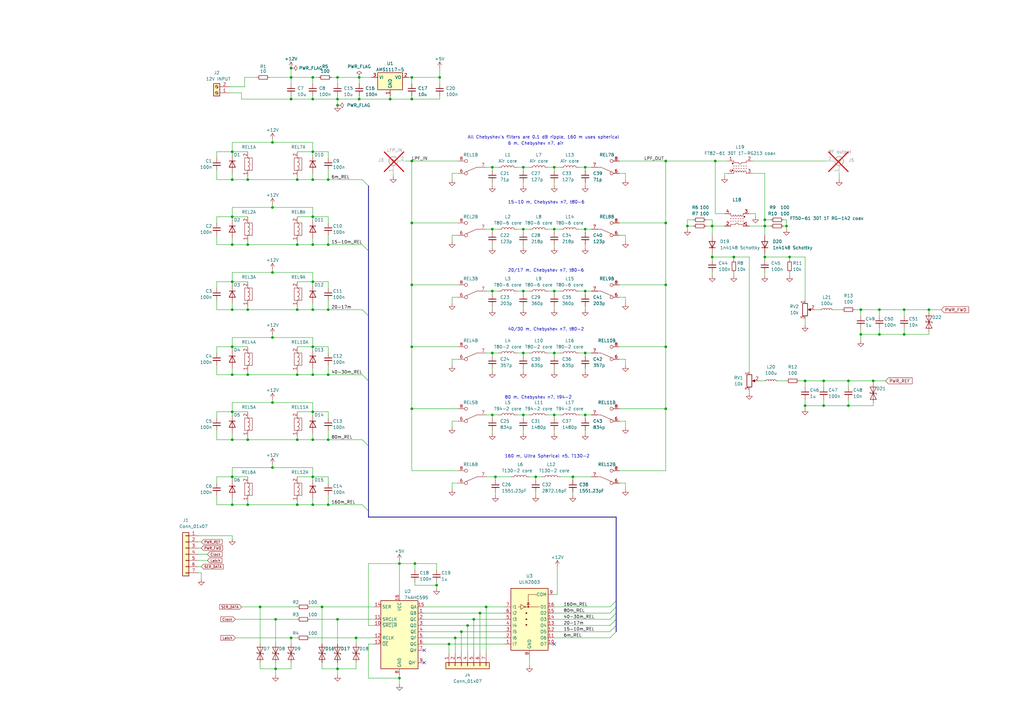
<source format=kicad_sch>
(kicad_sch (version 20231120) (generator "eeschema") (generator_version "8.0")
  (paper "A3")
  (title_block (title "LPF 160m-6m 1 kW") (date "2024-05-10") (rev "1.1") (company "SP6GK") (comment 1 "Shift register + driver") (comment 2 "SWR bridge"))
  (junction (at 313.69 105.41))
  (junction (at 360.68 137.16))
  (junction (at 101.6 73.66))
  (junction (at 128.27 142.24))
  (junction (at 337.82 166.37))
  (junction (at 214.63 170.18))
  (junction (at 119.38 261.62))
  (junction (at 219.71 195.58))
  (junction (at 95.25 62.23))
  (junction (at 111.76 85.09))
  (junction (at 227.33 144.78))
  (junction (at 121.92 100.33))
  (junction (at 138.43 274.32))
  (junction (at 121.92 127))
  (junction (at 170.18 231.14))
  (junction (at 128.27 153.67))
  (junction (at 132.08 248.92))
  (junction (at 203.2 195.58))
  (junction (at 234.95 195.58))
  (junction (at 106.68 248.92))
  (junction (at 273.05 66.04))
  (junction (at 138.43 43.18))
  (junction (at 227.33 119.38))
  (junction (at 313.69 90.17))
  (junction (at 134.62 153.67))
  (junction (at 322.58 92.71))
  (junction (at 313.69 92.71))
  (junction (at 101.6 207.01))
  (junction (at 147.32 40.64))
  (junction (at 358.14 156.21))
  (junction (at 227.33 170.18))
  (junction (at 330.2 166.37))
  (junction (at 281.94 92.71))
  (junction (at 323.85 105.41))
  (junction (at 214.63 93.98))
  (junction (at 347.98 156.21))
  (junction (at 240.03 119.38))
  (junction (at 201.93 93.98))
  (junction (at 128.27 195.58))
  (junction (at 240.03 170.18))
  (junction (at 111.76 165.1))
  (junction (at 353.06 127))
  (junction (at 199.39 248.92))
  (junction (at 227.33 68.58))
  (junction (at 95.25 100.33))
  (junction (at 138.43 40.64))
  (junction (at 201.93 170.18))
  (junction (at 214.63 68.58))
  (junction (at 330.2 156.21))
  (junction (at 101.6 153.67))
  (junction (at 214.63 119.38))
  (junction (at 111.76 138.43))
  (junction (at 121.92 153.67))
  (junction (at 214.63 144.78))
  (junction (at 240.03 144.78))
  (junction (at 163.83 278.13))
  (junction (at 168.91 40.64))
  (junction (at 168.91 167.64))
  (junction (at 95.25 168.91))
  (junction (at 134.62 73.66))
  (junction (at 168.91 91.44))
  (junction (at 180.34 31.75))
  (junction (at 128.27 73.66))
  (junction (at 95.25 207.01))
  (junction (at 370.84 127))
  (junction (at 337.82 156.21))
  (junction (at 273.05 91.44))
  (junction (at 134.62 127))
  (junction (at 273.05 142.24))
  (junction (at 360.68 127))
  (junction (at 101.6 180.34))
  (junction (at 196.85 251.46))
  (junction (at 128.27 62.23))
  (junction (at 273.05 167.64))
  (junction (at 134.62 207.01))
  (junction (at 101.6 127))
  (junction (at 168.91 66.04))
  (junction (at 119.38 27.94))
  (junction (at 95.25 115.57))
  (junction (at 240.03 68.58))
  (junction (at 128.27 88.9))
  (junction (at 134.62 180.34))
  (junction (at 121.92 207.01))
  (junction (at 121.92 180.34))
  (junction (at 201.93 144.78))
  (junction (at 191.77 256.54))
  (junction (at 347.98 166.37))
  (junction (at 273.05 116.84))
  (junction (at 168.91 116.84))
  (junction (at 160.02 40.64))
  (junction (at 186.69 261.62))
  (junction (at 201.93 68.58))
  (junction (at 300.99 105.41))
  (junction (at 95.25 73.66))
  (junction (at 138.43 254))
  (junction (at 184.15 264.16))
  (junction (at 121.92 73.66))
  (junction (at 292.1 92.71))
  (junction (at 293.37 66.04))
  (junction (at 128.27 207.01))
  (junction (at 95.25 153.67))
  (junction (at 113.03 274.32))
  (junction (at 201.93 119.38))
  (junction (at 128.27 115.57))
  (junction (at 138.43 31.75))
  (junction (at 134.62 100.33))
  (junction (at 240.03 93.98))
  (junction (at 119.38 40.64))
  (junction (at 168.91 31.75))
  (junction (at 95.25 195.58))
  (junction (at 194.31 254))
  (junction (at 128.27 31.75))
  (junction (at 95.25 142.24))
  (junction (at 95.25 88.9))
  (junction (at 119.38 31.75))
  (junction (at 128.27 180.34))
  (junction (at 111.76 58.42))
  (junction (at 95.25 127))
  (junction (at 179.07 240.03))
  (junction (at 128.27 168.91))
  (junction (at 353.06 137.16))
  (junction (at 292.1 105.41))
  (junction (at 111.76 111.76))
  (junction (at 147.32 31.75))
  (junction (at 227.33 93.98))
  (junction (at 128.27 40.64))
  (junction (at 128.27 127))
  (junction (at 370.84 137.16))
  (junction (at 168.91 142.24))
  (junction (at 101.6 100.33))
  (junction (at 111.76 191.77))
  (junction (at 128.27 100.33))
  (junction (at 95.25 180.34))
  (junction (at 189.23 259.08))
  (junction (at 113.03 254))
  (junction (at 381 127))
  (junction (at 146.05 261.62))
  (junction (at 163.83 231.14))
  (no_connect (at 173.99 266.7))
  (no_connect (at 173.99 271.78))
  (no_connect (at 227.33 264.16))
  (bus_entry (at 250.19 248.92) (size 2.54 -2.54))
  (bus_entry (at 148.59 153.67) (size 2.54 2.54))
  (bus_entry (at 250.19 254) (size 2.54 -2.54))
  (bus_entry (at 148.59 73.66) (size 2.54 2.54))
  (bus_entry (at 148.59 207.01) (size 2.54 2.54))
  (bus_entry (at 148.59 180.34) (size 2.54 2.54))
  (bus_entry (at 250.19 261.62) (size 2.54 -2.54))
  (bus_entry (at 250.19 259.08) (size 2.54 -2.54))
  (bus_entry (at 250.19 256.54) (size 2.54 -2.54))
  (bus_entry (at 148.59 100.33) (size 2.54 2.54))
  (bus_entry (at 250.19 251.46) (size 2.54 -2.54))
  (bus_entry (at 148.59 127) (size 2.54 2.54))
  (wire (pts (xy 168.91 66.04) (xy 168.91 91.44)))
  (wire (pts (xy 185.42 121.92) (xy 187.96 121.92)))
  (wire (pts (xy 100.33 31.75) (xy 105.41 31.75)))
  (wire (pts (xy 201.93 170.18) (xy 201.93 171.45)))
  (wire (pts (xy 186.69 261.62) (xy 207.01 261.62)))
  (wire (pts (xy 199.39 119.38) (xy 201.93 119.38)))
  (wire (pts (xy 134.62 100.33) (xy 148.59 100.33)))
  (wire (pts (xy 184.15 264.16) (xy 207.01 264.16)))
  (wire (pts (xy 119.38 274.32) (xy 119.38 271.78)))
  (wire (pts (xy 293.37 66.04) (xy 298.45 66.04)))
  (wire (pts (xy 111.76 57.15) (xy 111.76 58.42)))
  (wire (pts (xy 330.2 166.37) (xy 337.82 166.37)))
  (wire (pts (xy 227.33 93.98) (xy 229.87 93.98)))
  (wire (pts (xy 168.91 40.64) (xy 168.91 39.37)))
  (wire (pts (xy 311.15 156.21) (xy 313.69 156.21)))
  (wire (pts (xy 203.2 195.58) (xy 203.2 196.85)))
  (wire (pts (xy 180.34 31.75) (xy 180.34 34.29)))
  (wire (pts (xy 160.02 40.64) (xy 168.91 40.64)))
  (wire (pts (xy 227.33 254) (xy 250.19 254)))
  (wire (pts (xy 106.68 274.32) (xy 113.03 274.32)))
  (wire (pts (xy 119.38 31.75) (xy 119.38 34.29)))
  (wire (pts (xy 121.92 207.01) (xy 121.92 205.74)))
  (wire (pts (xy 173.99 259.08) (xy 189.23 259.08)))
  (wire (pts (xy 330.2 167.64) (xy 330.2 166.37)))
  (wire (pts (xy 127 248.92) (xy 132.08 248.92)))
  (wire (pts (xy 121.92 261.62) (xy 119.38 261.62)))
  (wire (pts (xy 128.27 85.09) (xy 128.27 88.9)))
  (wire (pts (xy 134.62 123.19) (xy 134.62 127)))
  (wire (pts (xy 214.63 170.18) (xy 214.63 171.45)))
  (wire (pts (xy 134.62 176.53) (xy 134.62 180.34)))
  (wire (pts (xy 234.95 201.93) (xy 234.95 203.2)))
  (wire (pts (xy 256.54 71.12) (xy 254 71.12)))
  (wire (pts (xy 187.96 91.44) (xy 168.91 91.44)))
  (wire (pts (xy 309.88 87.63) (xy 307.34 87.63)))
  (wire (pts (xy 227.33 176.53) (xy 227.33 177.8)))
  (wire (pts (xy 237.49 170.18) (xy 240.03 170.18)))
  (wire (pts (xy 95.25 85.09) (xy 111.76 85.09)))
  (wire (pts (xy 147.32 31.75) (xy 147.32 34.29)))
  (wire (pts (xy 313.69 71.12) (xy 313.69 90.17)))
  (wire (pts (xy 101.6 127) (xy 101.6 125.73)))
  (wire (pts (xy 173.99 251.46) (xy 196.85 251.46)))
  (wire (pts (xy 95.25 58.42) (xy 111.76 58.42)))
  (wire (pts (xy 95.25 153.67) (xy 101.6 153.67)))
  (wire (pts (xy 173.99 264.16) (xy 184.15 264.16)))
  (wire (pts (xy 313.69 105.41) (xy 313.69 106.68)))
  (wire (pts (xy 228.6 243.84) (xy 227.33 243.84)))
  (wire (pts (xy 95.25 138.43) (xy 111.76 138.43)))
  (wire (pts (xy 132.08 248.92) (xy 132.08 264.16)))
  (wire (pts (xy 344.17 71.12) (xy 344.17 73.66)))
  (wire (pts (xy 111.76 191.77) (xy 128.27 191.77)))
  (wire (pts (xy 134.62 69.85) (xy 134.62 73.66)))
  (wire (pts (xy 95.25 151.13) (xy 95.25 153.67)))
  (wire (pts (xy 323.85 113.03) (xy 323.85 111.76)))
  (wire (pts (xy 121.92 142.24) (xy 128.27 142.24)))
  (wire (pts (xy 234.95 195.58) (xy 234.95 196.85)))
  (wire (pts (xy 138.43 264.16) (xy 138.43 254)))
  (wire (pts (xy 121.92 180.34) (xy 128.27 180.34)))
  (wire (pts (xy 95.25 191.77) (xy 95.25 195.58)))
  (bus (pts (xy 252.73 248.92) (xy 252.73 251.46)))
  (wire (pts (xy 95.25 88.9) (xy 95.25 90.17)))
  (wire (pts (xy 121.92 127) (xy 121.92 125.73)))
  (wire (pts (xy 273.05 66.04) (xy 273.05 91.44)))
  (wire (pts (xy 95.25 111.76) (xy 95.25 115.57)))
  (wire (pts (xy 128.27 151.13) (xy 128.27 153.67)))
  (wire (pts (xy 358.14 165.1) (xy 358.14 166.37)))
  (wire (pts (xy 307.34 92.71) (xy 313.69 92.71)))
  (wire (pts (xy 353.06 127) (xy 353.06 129.54)))
  (wire (pts (xy 160.02 40.64) (xy 147.32 40.64)))
  (wire (pts (xy 101.6 73.66) (xy 121.92 73.66)))
  (wire (pts (xy 128.27 100.33) (xy 134.62 100.33)))
  (wire (pts (xy 128.27 191.77) (xy 128.27 195.58)))
  (wire (pts (xy 161.29 71.12) (xy 161.29 72.39)))
  (wire (pts (xy 95.25 195.58) (xy 101.6 195.58)))
  (wire (pts (xy 101.6 100.33) (xy 101.6 99.06)))
  (wire (pts (xy 313.69 105.41) (xy 323.85 105.41)))
  (wire (pts (xy 168.91 142.24) (xy 168.91 167.64)))
  (wire (pts (xy 185.42 71.12) (xy 187.96 71.12)))
  (wire (pts (xy 121.92 180.34) (xy 121.92 179.07)))
  (wire (pts (xy 199.39 144.78) (xy 201.93 144.78)))
  (wire (pts (xy 138.43 254) (xy 153.67 254)))
  (wire (pts (xy 185.42 73.66) (xy 185.42 71.12)))
  (wire (pts (xy 227.33 170.18) (xy 227.33 171.45)))
  (wire (pts (xy 219.71 195.58) (xy 222.25 195.58)))
  (wire (pts (xy 88.9 62.23) (xy 95.25 62.23)))
  (wire (pts (xy 95.25 142.24) (xy 101.6 142.24)))
  (wire (pts (xy 88.9 176.53) (xy 88.9 180.34)))
  (wire (pts (xy 88.9 100.33) (xy 95.25 100.33)))
  (wire (pts (xy 82.55 232.41) (xy 81.28 232.41)))
  (wire (pts (xy 281.94 92.71) (xy 284.48 92.71)))
  (wire (pts (xy 229.87 195.58) (xy 234.95 195.58)))
  (wire (pts (xy 95.25 85.09) (xy 95.25 88.9)))
  (wire (pts (xy 318.77 156.21) (xy 322.58 156.21)))
  (wire (pts (xy 297.18 71.12) (xy 297.18 72.39)))
  (wire (pts (xy 337.82 166.37) (xy 337.82 163.83)))
  (wire (pts (xy 313.69 90.17) (xy 316.23 90.17)))
  (wire (pts (xy 240.03 170.18) (xy 242.57 170.18)))
  (wire (pts (xy 227.33 100.33) (xy 227.33 101.6)))
  (wire (pts (xy 214.63 93.98) (xy 217.17 93.98)))
  (wire (pts (xy 214.63 144.78) (xy 217.17 144.78)))
  (wire (pts (xy 138.43 40.64) (xy 128.27 40.64)))
  (wire (pts (xy 240.03 74.93) (xy 240.03 76.2)))
  (wire (pts (xy 212.09 144.78) (xy 214.63 144.78)))
  (wire (pts (xy 170.18 231.14) (xy 170.18 233.68)))
  (wire (pts (xy 179.07 238.76) (xy 179.07 240.03)))
  (wire (pts (xy 201.93 100.33) (xy 201.93 101.6)))
  (wire (pts (xy 128.27 58.42) (xy 128.27 62.23)))
  (wire (pts (xy 330.2 163.83) (xy 330.2 166.37)))
  (wire (pts (xy 128.27 39.37) (xy 128.27 40.64)))
  (wire (pts (xy 121.92 168.91) (xy 128.27 168.91)))
  (wire (pts (xy 322.58 92.71) (xy 322.58 90.17)))
  (wire (pts (xy 227.33 261.62) (xy 250.19 261.62)))
  (wire (pts (xy 88.9 142.24) (xy 95.25 142.24)))
  (wire (pts (xy 128.27 165.1) (xy 128.27 168.91)))
  (wire (pts (xy 132.08 271.78) (xy 132.08 274.32)))
  (bus (pts (xy 252.73 254) (xy 252.73 256.54)))
  (wire (pts (xy 284.48 90.17) (xy 281.94 90.17)))
  (wire (pts (xy 138.43 39.37) (xy 138.43 40.64)))
  (wire (pts (xy 381 127) (xy 386.08 127)))
  (wire (pts (xy 217.17 195.58) (xy 219.71 195.58)))
  (wire (pts (xy 219.71 201.93) (xy 219.71 203.2)))
  (wire (pts (xy 163.83 231.14) (xy 163.83 243.84)))
  (wire (pts (xy 370.84 137.16) (xy 370.84 134.62)))
  (wire (pts (xy 184.15 264.16) (xy 184.15 267.97)))
  (wire (pts (xy 128.27 115.57) (xy 128.27 116.84)))
  (wire (pts (xy 330.2 130.81) (xy 330.2 133.35)))
  (wire (pts (xy 189.23 259.08) (xy 189.23 267.97)))
  (wire (pts (xy 128.27 62.23) (xy 134.62 62.23)))
  (wire (pts (xy 101.6 73.66) (xy 101.6 72.39)))
  (wire (pts (xy 95.25 115.57) (xy 95.25 116.84)))
  (wire (pts (xy 119.38 27.94) (xy 119.38 31.75)))
  (wire (pts (xy 337.82 156.21) (xy 337.82 158.75)))
  (wire (pts (xy 201.93 93.98) (xy 201.93 95.25)))
  (bus (pts (xy 151.13 76.2) (xy 151.13 102.87)))
  (wire (pts (xy 163.83 229.87) (xy 163.83 231.14)))
  (wire (pts (xy 95.25 195.58) (xy 95.25 196.85)))
  (wire (pts (xy 254 167.64) (xy 273.05 167.64)))
  (wire (pts (xy 313.69 90.17) (xy 313.69 92.71)))
  (wire (pts (xy 281.94 93.98) (xy 281.94 92.71)))
  (wire (pts (xy 95.25 168.91) (xy 95.25 170.18)))
  (wire (pts (xy 101.6 127) (xy 121.92 127)))
  (wire (pts (xy 289.56 90.17) (xy 292.1 90.17)))
  (wire (pts (xy 227.33 119.38) (xy 229.87 119.38)))
  (wire (pts (xy 292.1 105.41) (xy 300.99 105.41)))
  (wire (pts (xy 240.03 93.98) (xy 242.57 93.98)))
  (wire (pts (xy 128.27 142.24) (xy 128.27 143.51)))
  (wire (pts (xy 289.56 92.71) (xy 292.1 92.71)))
  (wire (pts (xy 119.38 31.75) (xy 128.27 31.75)))
  (wire (pts (xy 292.1 90.17) (xy 292.1 92.71)))
  (wire (pts (xy 293.37 66.04) (xy 293.37 87.63)))
  (wire (pts (xy 227.33 119.38) (xy 227.33 120.65)))
  (wire (pts (xy 147.32 31.75) (xy 152.4 31.75)))
  (wire (pts (xy 101.6 153.67) (xy 121.92 153.67)))
  (wire (pts (xy 101.6 207.01) (xy 101.6 205.74)))
  (bus (pts (xy 252.73 246.38) (xy 252.73 248.92)))
  (wire (pts (xy 219.71 195.58) (xy 219.71 196.85)))
  (wire (pts (xy 214.63 74.93) (xy 214.63 76.2)))
  (wire (pts (xy 81.28 219.71) (xy 95.25 219.71)))
  (wire (pts (xy 185.42 200.66) (xy 185.42 198.12)))
  (wire (pts (xy 121.92 153.67) (xy 121.92 152.4)))
  (wire (pts (xy 88.9 153.67) (xy 95.25 153.67)))
  (wire (pts (xy 179.07 240.03) (xy 170.18 240.03)))
  (wire (pts (xy 82.55 224.79) (xy 81.28 224.79)))
  (wire (pts (xy 134.62 180.34) (xy 148.59 180.34)))
  (wire (pts (xy 201.93 144.78) (xy 204.47 144.78)))
  (wire (pts (xy 121.92 207.01) (xy 128.27 207.01)))
  (wire (pts (xy 313.69 92.71) (xy 313.69 96.52)))
  (wire (pts (xy 167.64 31.75) (xy 168.91 31.75)))
  (wire (pts (xy 201.93 68.58) (xy 204.47 68.58)))
  (wire (pts (xy 88.9 73.66) (xy 95.25 73.66)))
  (wire (pts (xy 199.39 68.58) (xy 201.93 68.58)))
  (wire (pts (xy 240.03 119.38) (xy 240.03 120.65)))
  (bus (pts (xy 151.13 182.88) (xy 151.13 209.55)))
  (wire (pts (xy 203.2 195.58) (xy 209.55 195.58)))
  (wire (pts (xy 128.27 88.9) (xy 134.62 88.9)))
  (wire (pts (xy 166.37 66.04) (xy 168.91 66.04)))
  (wire (pts (xy 128.27 138.43) (xy 128.27 142.24)))
  (wire (pts (xy 153.67 248.92) (xy 132.08 248.92)))
  (wire (pts (xy 121.92 195.58) (xy 128.27 195.58)))
  (wire (pts (xy 85.09 229.87) (xy 81.28 229.87)))
  (wire (pts (xy 119.38 261.62) (xy 119.38 264.16)))
  (wire (pts (xy 341.63 127) (xy 345.44 127)))
  (wire (pts (xy 201.93 170.18) (xy 204.47 170.18)))
  (wire (pts (xy 217.17 269.24) (xy 217.17 273.05)))
  (wire (pts (xy 121.92 153.67) (xy 128.27 153.67)))
  (wire (pts (xy 214.63 170.18) (xy 217.17 170.18)))
  (wire (pts (xy 95.25 62.23) (xy 95.25 63.5)))
  (wire (pts (xy 95.25 97.79) (xy 95.25 100.33)))
  (wire (pts (xy 134.62 207.01) (xy 148.59 207.01)))
  (wire (pts (xy 313.69 104.14) (xy 313.69 105.41)))
  (wire (pts (xy 95.25 100.33) (xy 101.6 100.33)))
  (wire (pts (xy 151.13 278.13) (xy 163.83 278.13)))
  (wire (pts (xy 214.63 93.98) (xy 214.63 95.25)))
  (wire (pts (xy 128.27 62.23) (xy 128.27 63.5)))
  (wire (pts (xy 95.25 165.1) (xy 111.76 165.1)))
  (wire (pts (xy 203.2 201.93) (xy 203.2 203.2)))
  (wire (pts (xy 170.18 231.14) (xy 163.83 231.14)))
  (wire (pts (xy 88.9 69.85) (xy 88.9 73.66)))
  (wire (pts (xy 330.2 156.21) (xy 337.82 156.21)))
  (wire (pts (xy 128.27 31.75) (xy 128.27 34.29)))
  (wire (pts (xy 292.1 113.03) (xy 292.1 111.76)))
  (wire (pts (xy 224.79 93.98) (xy 227.33 93.98)))
  (wire (pts (xy 128.27 97.79) (xy 128.27 100.33)))
  (wire (pts (xy 199.39 248.92) (xy 199.39 267.97)))
  (wire (pts (xy 307.34 160.02) (xy 307.34 161.29)))
  (wire (pts (xy 240.03 144.78) (xy 242.57 144.78)))
  (wire (pts (xy 168.91 66.04) (xy 187.96 66.04)))
  (wire (pts (xy 128.27 168.91) (xy 128.27 170.18)))
  (wire (pts (xy 128.27 71.12) (xy 128.27 73.66)))
  (bus (pts (xy 151.13 102.87) (xy 151.13 129.54)))
  (wire (pts (xy 212.09 68.58) (xy 214.63 68.58)))
  (wire (pts (xy 350.52 127) (xy 353.06 127)))
  (wire (pts (xy 256.54 200.66) (xy 256.54 198.12)))
  (wire (pts (xy 88.9 96.52) (xy 88.9 100.33)))
  (wire (pts (xy 180.34 39.37) (xy 180.34 40.64)))
  (bus (pts (xy 252.73 251.46) (xy 252.73 254)))
  (wire (pts (xy 298.45 71.12) (xy 297.18 71.12)))
  (wire (pts (xy 128.27 142.24) (xy 134.62 142.24)))
  (wire (pts (xy 121.92 73.66) (xy 128.27 73.66)))
  (wire (pts (xy 180.34 27.94) (xy 180.34 31.75)))
  (wire (pts (xy 134.62 153.67) (xy 148.59 153.67)))
  (wire (pts (xy 151.13 264.16) (xy 151.13 278.13)))
  (wire (pts (xy 168.91 193.04) (xy 187.96 193.04)))
  (wire (pts (xy 99.06 248.92) (xy 106.68 248.92)))
  (wire (pts (xy 201.93 74.93) (xy 201.93 76.2)))
  (wire (pts (xy 196.85 251.46) (xy 196.85 267.97)))
  (wire (pts (xy 201.93 68.58) (xy 201.93 69.85)))
  (wire (pts (xy 273.05 193.04) (xy 254 193.04)))
  (wire (pts (xy 88.9 203.2) (xy 88.9 207.01)))
  (wire (pts (xy 134.62 198.12) (xy 134.62 195.58)))
  (wire (pts (xy 96.52 254) (xy 113.03 254)))
  (wire (pts (xy 292.1 105.41) (xy 292.1 106.68)))
  (wire (pts (xy 360.68 127) (xy 370.84 127)))
  (wire (pts (xy 88.9 144.78) (xy 88.9 142.24)))
  (wire (pts (xy 224.79 119.38) (xy 227.33 119.38)))
  (wire (pts (xy 134.62 96.52) (xy 134.62 100.33)))
  (wire (pts (xy 227.33 93.98) (xy 227.33 95.25)))
  (wire (pts (xy 168.91 31.75) (xy 168.91 34.29)))
  (wire (pts (xy 292.1 92.71) (xy 292.1 96.52)))
  (wire (pts (xy 111.76 163.83) (xy 111.76 165.1)))
  (wire (pts (xy 227.33 251.46) (xy 250.19 251.46)))
  (wire (pts (xy 128.27 204.47) (xy 128.27 207.01)))
  (wire (pts (xy 95.25 71.12) (xy 95.25 73.66)))
  (wire (pts (xy 168.91 31.75) (xy 180.34 31.75)))
  (wire (pts (xy 240.03 68.58) (xy 242.57 68.58)))
  (wire (pts (xy 194.31 254) (xy 207.01 254)))
  (wire (pts (xy 313.69 113.03) (xy 313.69 111.76)))
  (wire (pts (xy 185.42 96.52) (xy 187.96 96.52)))
  (wire (pts (xy 227.33 74.93) (xy 227.33 76.2)))
  (wire (pts (xy 256.54 99.06) (xy 256.54 96.52)))
  (wire (pts (xy 237.49 68.58) (xy 240.03 68.58)))
  (wire (pts (xy 82.55 234.95) (xy 82.55 237.49)))
  (wire (pts (xy 111.76 137.16) (xy 111.76 138.43)))
  (wire (pts (xy 370.84 137.16) (xy 381 137.16)))
  (wire (pts (xy 199.39 248.92) (xy 207.01 248.92)))
  (wire (pts (xy 88.9 64.77) (xy 88.9 62.23)))
  (wire (pts (xy 95.25 73.66) (xy 101.6 73.66)))
  (wire (pts (xy 358.14 156.21) (xy 363.22 156.21)))
  (wire (pts (xy 101.6 180.34) (xy 101.6 179.07)))
  (wire (pts (xy 337.82 166.37) (xy 347.98 166.37)))
  (wire (pts (xy 100.33 35.56) (xy 100.33 31.75)))
  (wire (pts (xy 360.68 137.16) (xy 370.84 137.16)))
  (wire (pts (xy 128.27 115.57) (xy 134.62 115.57)))
  (wire (pts (xy 360.68 137.16) (xy 360.68 134.62)))
  (wire (pts (xy 254 66.04) (xy 273.05 66.04)))
  (wire (pts (xy 240.03 144.78) (xy 240.03 146.05)))
  (wire (pts (xy 237.49 144.78) (xy 240.03 144.78)))
  (bus (pts (xy 252.73 256.54) (xy 252.73 259.08)))
  (wire (pts (xy 113.03 274.32) (xy 113.03 276.86)))
  (wire (pts (xy 138.43 271.78) (xy 138.43 274.32)))
  (wire (pts (xy 256.54 124.46) (xy 256.54 121.92)))
  (wire (pts (xy 151.13 256.54) (xy 151.13 231.14)))
  (wire (pts (xy 337.82 156.21) (xy 347.98 156.21)))
  (wire (pts (xy 134.62 64.77) (xy 134.62 62.23)))
  (wire (pts (xy 95.25 88.9) (xy 101.6 88.9)))
  (wire (pts (xy 240.03 176.53) (xy 240.03 177.8)))
  (wire (pts (xy 353.06 139.7) (xy 353.06 137.16)))
  (wire (pts (xy 313.69 92.71) (xy 316.23 92.71)))
  (wire (pts (xy 153.67 256.54) (xy 151.13 256.54)))
  (wire (pts (xy 88.9 127) (xy 95.25 127)))
  (wire (pts (xy 146.05 261.62) (xy 146.05 264.16)))
  (wire (pts (xy 313.69 71.12) (xy 308.61 71.12)))
  (wire (pts (xy 88.9 115.57) (xy 95.25 115.57)))
  (wire (pts (xy 224.79 144.78) (xy 227.33 144.78)))
  (wire (pts (xy 185.42 198.12) (xy 187.96 198.12)))
  (wire (pts (xy 214.63 68.58) (xy 214.63 69.85)))
  (wire (pts (xy 273.05 66.04) (xy 293.37 66.04)))
  (wire (pts (xy 111.76 165.1) (xy 128.27 165.1)))
  (wire (pts (xy 134.62 118.11) (xy 134.62 115.57)))
  (wire (pts (xy 212.09 93.98) (xy 214.63 93.98)))
  (wire (pts (xy 185.42 147.32) (xy 187.96 147.32)))
  (wire (pts (xy 95.25 207.01) (xy 101.6 207.01)))
  (wire (pts (xy 128.27 207.01) (xy 134.62 207.01)))
  (wire (pts (xy 185.42 149.86) (xy 185.42 147.32)))
  (wire (pts (xy 292.1 104.14) (xy 292.1 105.41)))
  (wire (pts (xy 237.49 119.38) (xy 240.03 119.38)))
  (wire (pts (xy 121.92 127) (xy 128.27 127)))
  (wire (pts (xy 82.55 222.25) (xy 81.28 222.25)))
  (wire (pts (xy 237.49 93.98) (xy 240.03 93.98)))
  (wire (pts (xy 88.9 91.44) (xy 88.9 88.9)))
  (wire (pts (xy 227.33 248.92) (xy 250.19 248.92)))
  (wire (pts (xy 381 127) (xy 381 128.27)))
  (wire (pts (xy 214.63 100.33) (xy 214.63 101.6)))
  (wire (pts (xy 240.03 93.98) (xy 240.03 95.25)))
  (wire (pts (xy 168.91 91.44) (xy 168.91 116.84)))
  (wire (pts (xy 308.61 66.04) (xy 339.09 66.04)))
  (wire (pts (xy 95.25 58.42) (xy 95.25 62.23)))
  (wire (pts (xy 370.84 127) (xy 370.84 129.54)))
  (wire (pts (xy 256.54 147.32) (xy 254 147.32)))
  (wire (pts (xy 194.31 254) (xy 194.31 267.97)))
  (bus (pts (xy 151.13 156.21) (xy 151.13 182.88)))
  (wire (pts (xy 95.25 62.23) (xy 101.6 62.23)))
  (wire (pts (xy 168.91 116.84) (xy 168.91 142.24)))
  (wire (pts (xy 201.93 119.38) (xy 204.47 119.38)))
  (wire (pts (xy 88.9 168.91) (xy 95.25 168.91)))
  (wire (pts (xy 227.33 144.78) (xy 227.33 146.05)))
  (wire (pts (xy 256.54 121.92) (xy 254 121.92)))
  (wire (pts (xy 113.03 264.16) (xy 113.03 254)))
  (wire (pts (xy 199.39 93.98) (xy 201.93 93.98)))
  (wire (pts (xy 353.06 137.16) (xy 360.68 137.16)))
  (wire (pts (xy 95.25 165.1) (xy 95.25 168.91)))
  (wire (pts (xy 134.62 73.66) (xy 148.59 73.66)))
  (wire (pts (xy 187.96 167.64) (xy 168.91 167.64)))
  (bus (pts (xy 151.13 129.54) (xy 151.13 156.21)))
  (wire (pts (xy 227.33 259.08) (xy 250.19 259.08)))
  (wire (pts (xy 111.76 111.76) (xy 128.27 111.76)))
  (wire (pts (xy 128.27 180.34) (xy 134.62 180.34)))
  (wire (pts (xy 128.27 73.66) (xy 134.62 73.66)))
  (wire (pts (xy 191.77 256.54) (xy 207.01 256.54)))
  (wire (pts (xy 134.62 144.78) (xy 134.62 142.24)))
  (wire (pts (xy 185.42 172.72) (xy 187.96 172.72)))
  (wire (pts (xy 309.88 88.9) (xy 309.88 87.63)))
  (bus (pts (xy 151.13 212.09) (xy 252.73 212.09)))
  (wire (pts (xy 292.1 92.71) (xy 297.18 92.71)))
  (wire (pts (xy 189.23 259.08) (xy 207.01 259.08)))
  (wire (pts (xy 151.13 231.14) (xy 163.83 231.14)))
  (wire (pts (xy 330.2 156.21) (xy 330.2 158.75)))
  (wire (pts (xy 214.63 68.58) (xy 217.17 68.58)))
  (wire (pts (xy 160.02 39.37) (xy 160.02 40.64)))
  (wire (pts (xy 138.43 43.18) (xy 138.43 40.64)))
  (wire (pts (xy 173.99 256.54) (xy 191.77 256.54)))
  (wire (pts (xy 121.92 100.33) (xy 128.27 100.33)))
  (wire (pts (xy 106.68 271.78) (xy 106.68 274.32)))
  (wire (pts (xy 256.54 96.52) (xy 254 96.52)))
  (wire (pts (xy 353.06 127) (xy 360.68 127)))
  (wire (pts (xy 323.85 105.41) (xy 330.2 105.41)))
  (wire (pts (xy 121.92 248.92) (xy 106.68 248.92)))
  (wire (pts (xy 186.69 261.62) (xy 186.69 267.97)))
  (wire (pts (xy 121.92 62.23) (xy 128.27 62.23)))
  (wire (pts (xy 224.79 170.18) (xy 227.33 170.18)))
  (wire (pts (xy 173.99 254) (xy 194.31 254)))
  (wire (pts (xy 101.6 100.33) (xy 121.92 100.33)))
  (bus (pts (xy 252.73 212.09) (xy 252.73 246.38)))
  (wire (pts (xy 88.9 195.58) (xy 95.25 195.58)))
  (wire (pts (xy 128.27 153.67) (xy 134.62 153.67)))
  (wire (pts (xy 111.76 110.49) (xy 111.76 111.76)))
  (wire (pts (xy 214.63 119.38) (xy 217.17 119.38)))
  (wire (pts (xy 227.33 170.18) (xy 229.87 170.18)))
  (wire (pts (xy 128.27 127) (xy 134.62 127)))
  (wire (pts (xy 214.63 151.13) (xy 214.63 152.4)))
  (wire (pts (xy 224.79 68.58) (xy 227.33 68.58)))
  (wire (pts (xy 234.95 195.58) (xy 242.57 195.58)))
  (wire (pts (xy 168.91 40.64) (xy 180.34 40.64)))
  (wire (pts (xy 293.37 87.63) (xy 297.18 87.63)))
  (wire (pts (xy 212.09 119.38) (xy 214.63 119.38)))
  (wire (pts (xy 119.38 40.64) (xy 119.38 39.37)))
  (wire (pts (xy 88.9 88.9) (xy 95.25 88.9)))
  (wire (pts (xy 240.03 170.18) (xy 240.03 171.45)))
  (wire (pts (xy 111.76 83.82) (xy 111.76 85.09)))
  (wire (pts (xy 334.01 127) (xy 336.55 127)))
  (wire (pts (xy 88.9 207.01) (xy 95.25 207.01)))
  (wire (pts (xy 187.96 142.24) (xy 168.91 142.24)))
  (wire (pts (xy 113.03 254) (xy 121.92 254)))
  (wire (pts (xy 153.67 264.16) (xy 151.13 264.16)))
  (wire (pts (xy 147.32 40.64) (xy 138.43 40.64)))
  (wire (pts (xy 81.28 234.95) (xy 82.55 234.95)))
  (wire (pts (xy 347.98 166.37) (xy 347.98 163.83)))
  (wire (pts (xy 170.18 240.03) (xy 170.18 238.76)))
  (wire (pts (xy 214.63 176.53) (xy 214.63 177.8)))
  (wire (pts (xy 128.27 124.46) (xy 128.27 127)))
  (wire (pts (xy 93.98 35.56) (xy 100.33 35.56)))
  (wire (pts (xy 201.93 151.13) (xy 201.93 152.4)))
  (wire (pts (xy 121.92 88.9) (xy 128.27 88.9)))
  (wire (pts (xy 240.03 125.73) (xy 240.03 127)))
  (wire (pts (xy 227.33 151.13) (xy 227.33 152.4)))
  (wire (pts (xy 95.25 124.46) (xy 95.25 127)))
  (wire (pts (xy 111.76 58.42) (xy 128.27 58.42)))
  (wire (pts (xy 88.9 171.45) (xy 88.9 168.91)))
  (wire (pts (xy 358.14 156.21) (xy 358.14 157.48)))
  (wire (pts (xy 330.2 105.41) (xy 330.2 123.19)))
  (wire (pts (xy 95.25 168.91) (xy 101.6 168.91)))
  (wire (pts (xy 163.83 278.13) (xy 163.83 280.67)))
  (wire (pts (xy 370.84 127) (xy 381 127)))
  (wire (pts (xy 227.33 68.58) (xy 227.33 69.85)))
  (wire (pts (xy 130.81 31.75) (xy 128.27 31.75)))
  (wire (pts (xy 185.42 99.06) (xy 185.42 96.52)))
  (wire (pts (xy 214.63 125.73) (xy 214.63 127)))
  (wire (pts (xy 128.27 40.64) (xy 119.38 40.64)))
  (wire (pts (xy 179.07 240.03) (xy 179.07 241.3)))
  (wire (pts (xy 121.92 115.57) (xy 128.27 115.57)))
  (wire (pts (xy 256.54 73.66) (xy 256.54 71.12)))
  (wire (pts (xy 95.25 127) (xy 101.6 127)))
  (wire (pts (xy 256.54 149.86) (xy 256.54 147.32)))
  (wire (pts (xy 322.58 92.71) (xy 322.58 93.98)))
  (wire (pts (xy 273.05 116.84) (xy 273.05 142.24)))
  (wire (pts (xy 128.27 111.76) (xy 128.27 115.57)))
  (wire (pts (xy 256.54 172.72) (xy 254 172.72)))
  (wire (pts (xy 113.03 274.32) (xy 119.38 274.32)))
  (wire (pts (xy 227.33 256.54) (xy 250.19 256.54)))
  (wire (pts (xy 201.93 93.98) (xy 204.47 93.98)))
  (wire (pts (xy 300.99 105.41) (xy 307.34 105.41)))
  (wire (pts (xy 281.94 90.17) (xy 281.94 92.71)))
  (wire (pts (xy 347.98 156.21) (xy 358.14 156.21)))
  (wire (pts (xy 113.03 271.78) (xy 113.03 274.32)))
  (wire (pts (xy 132.08 274.32) (xy 138.43 274.32)))
  (wire (pts (xy 227.33 68.58) (xy 229.87 68.58)))
  (wire (pts (xy 254 116.84) (xy 273.05 116.84)))
  (wire (pts (xy 88.9 180.34) (xy 95.25 180.34)))
  (wire (pts (xy 254 142.24) (xy 273.05 142.24)))
  (wire (pts (xy 323.85 105.41) (xy 323.85 106.68)))
  (wire (pts (xy 256.54 198.12) (xy 254 198.12)))
  (wire (pts (xy 227.33 144.78) (xy 229.87 144.78)))
  (wire (pts (xy 95.25 177.8) (xy 95.25 180.34)))
  (wire (pts (xy 128.27 177.8) (xy 128.27 180.34)))
  (wire (pts (xy 101.6 180.34) (xy 121.92 180.34)))
  (bus (pts (xy 151.13 209.55) (xy 151.13 212.09)))
  (wire (pts (xy 88.9 123.19) (xy 88.9 127)))
  (wire (pts (xy 170.18 231.14) (xy 179.07 231.14)))
  (wire (pts (xy 128.27 195.58) (xy 134.62 195.58)))
  (wire (pts (xy 214.63 119.38) (xy 214.63 120.65)))
  (wire (pts (xy 360.68 127) (xy 360.68 129.54)))
  (wire (pts (xy 256.54 175.26) (xy 256.54 172.72)))
  (wire (pts (xy 101.6 207.01) (xy 121.92 207.01)))
  (wire (pts (xy 227.33 125.73) (xy 227.33 127)))
  (wire (pts (xy 134.62 149.86) (xy 134.62 153.67)))
  (wire (pts (xy 212.09 170.18) (xy 214.63 170.18)))
  (wire (pts (xy 135.89 31.75) (xy 138.43 31.75)))
  (wire (pts (xy 322.58 92.71) (xy 321.31 92.71)))
  (wire (pts (xy 134.62 203.2) (xy 134.62 207.01)))
  (wire (pts (xy 228.6 232.41) (xy 228.6 243.84)))
  (wire (pts (xy 106.68 248.92) (xy 106.68 264.16)))
  (wire (pts (xy 96.52 261.62) (xy 119.38 261.62)))
  (wire (pts (xy 95.25 138.43) (xy 95.25 142.24)))
  (wire (pts (xy 300.99 113.03) (xy 300.99 111.76)))
  (wire (pts (xy 191.77 256.54) (xy 191.77 267.97)))
  (wire (pts (xy 110.49 31.75) (xy 119.38 31.75)))
  (wire (pts (xy 240.03 151.13) (xy 240.03 152.4)))
  (wire (pts (xy 214.63 144.78) (xy 214.63 146.05)))
  (wire (pts (xy 111.76 190.5) (xy 111.76 191.77)))
  (wire (pts (xy 146.05 261.62) (xy 153.67 261.62)))
  (wire (pts (xy 128.27 195.58) (xy 128.27 196.85)))
  (wire (pts (xy 187.96 116.84) (xy 168.91 116.84)))
  (wire (pts (xy 199.39 170.18) (xy 201.93 170.18)))
  (wire (pts (xy 327.66 156.21) (xy 330.2 156.21)))
  (wire (pts (xy 121.92 100.33) (xy 121.92 99.06)))
  (wire (pts (xy 273.05 91.44) (xy 273.05 116.84)))
  (wire (pts (xy 134.62 127) (xy 148.59 127)))
  (wire (pts (xy 201.93 125.73) (xy 201.93 127)))
  (wire (pts (xy 128.27 168.91) (xy 134.62 168.91)))
  (wire (pts (xy 353.06 134.62) (xy 353.06 137.16)))
  (wire (pts (xy 121.92 73.66) (xy 121.92 72.39)))
  (wire (pts (xy 95.25 115.57) (xy 101.6 115.57)))
  (wire (pts (xy 307.34 105.41) (xy 307.34 152.4)))
  (wire (pts (xy 95.25 204.47) (xy 95.25 207.01)))
  (wire (pts (xy 173.99 248.92) (xy 199.39 248.92)))
  (wire (pts (xy 127 254) (xy 138.43 254)))
  (wire (pts (xy 347.98 166.37) (xy 358.14 166.37)))
  (wire (pts (xy 88.9 198.12) (xy 88.9 195.58)))
  (wire (pts (xy 88.9 149.86) (xy 88.9 153.67)))
  (wire (pts (xy 95.25 142.24) (xy 95.25 143.51)))
  (wire (pts (xy 138.43 274.32) (xy 146.05 274.32)))
  (wire (pts (xy 201.93 144.78) (xy 201.93 146.05)))
  (wire (pts (xy 95.25 180.34) (xy 101.6 180.34)))
  (wire (pts (xy 381 135.89) (xy 381 137.16)))
  (wire (pts (xy 111.76 85.09) (xy 128.27 85.09)))
  (wire (pts (xy 88.9 118.11) (xy 88.9 115.57)))
  (wire (pts (xy 179.07 233.68) (xy 179.07 231.14)))
  (wire (pts (xy 138.43 274.32) (xy 138.43 276.86)))
  (wire (pts (xy 138.43 31.75) (xy 138.43 34.29)))
  (wire (pts (xy 99.06 40.64) (xy 99.06 38.1)))
  (wire (pts (xy 254 91.44) (xy 273.05 91.44)))
  (wire (pts (xy 111.76 138.43) (xy 128.27 138.43)))
  (wire (pts (xy 146.05 274.32) (xy 146.05 271.78)))
  (wire (pts (xy 95.25 191.77) (xy 111.76 191.77)))
  (wire (pts (xy 196.85 251.46) (xy 207.01 251.46)))
  (wire (pts (xy 147.32 39.37) (xy 147.32 40.64)))
  (wire (pts (xy 138.43 31.75) (xy 147.32 31.75)))
  (wire (pts (xy 185.42 124.46) (xy 185.42 121.92)))
  (wire (pts (xy 95.25 111.76) (xy 111.76 111.76)))
  (wire (pts (xy 163.83 276.86) (xy 163.83 278.13)))
  (wire (pts (xy 199.39 195.58) (xy 203.2 195.58)))
  (wire (pts (xy 273.05 167.64) (xy 273.05 193.04)))
  (wire (pts (xy 273.05 142.24) (xy 273.05 167.64)))
  (wire (pts (xy 240.03 100.33) (xy 240.03 101.6)))
  (wire (pts (xy 99.06 38.1) (xy 93.98 38.1)))
  (wire (pts (xy 95.25 219.71) (xy 95.25 220.98)))
  (wire (pts (xy 201.93 176.53) (xy 201.93 177.8)))
  (wire (pts (xy 240.03 68.58) (xy 240.03 69.85)))
  (wire (pts (xy 168.91 167.64) (xy 168.91 193.04)))
  (wire (pts (xy 134.62 171.45) (xy 134.62 168.91)))
  (wire (pts (xy 85.09 227.33) (xy 81.28 227.33)))
  (wire (pts (xy 347.98 156.21) (xy 347.98 158.75)))
  (wire (pts (xy 321.31 90.17) (xy 322.58 90.17)))
  (wire (pts (xy 101.6 153.67) (xy 101.6 152.4)))
  (wire (pts (xy 240.03 119.38) (xy 242.57 119.38)))
  (wire (pts (xy 134.62 91.44) (xy 134.62 88.9)))
  (wire (pts (xy 300.99 105.41) (xy 300.99 106.68)))
  (wire (pts (xy 119.38 40.64) (xy 99.06 40.64)))
  (wire (pts (xy 128.27 88.9) (xy 128.27 90.17)))
  (wire (pts (xy 127 261.62) (xy 146.05 261.62)))
  (wire (pts (xy 201.93 119.38) (xy 201.93 120.65)))
  (wire (pts (xy 173.99 261.62) (xy 186.69 261.62)))
  (wire (pts (xy 185.42 175.26) (xy 185.42 172.72)))
  (text "15-10 m, Chebyshev n7, t80-6\n" (at 208.28 83.82 0) (effects (font (size 1.27 1.27)) (justify left bottom)))
  (text "6 m, Chebyshev n7, air" (at 208.28 59.69 0) (effects (font (size 1.27 1.27)) (justify left bottom)))
  (text "All Chebyshev's filters are 0.1 dB ripple, 160 m uses spherical" (at 191.77 57.15 0) (effects (font (size 1.27 1.27)) (justify left bottom)))
  (text "20/17 m, Chebyshev n7, t80-6\n" (at 208.28 111.76 0) (effects (font (size 1.27 1.27)) (justify left bottom)))
  (text "80 m, Chebyshev n7, t94-2" (at 207.01 163.83 0) (effects (font (size 1.27 1.27)) (justify left bottom)))
  (text "40/30 m, Chebyshev n7, t80-2" (at 208.28 135.89 0) (effects (font (size 1.27 1.27)) (justify left bottom)))
  (text "160 m, Ultra Spherical n5, T130-2" (at 207.01 187.96 0) (effects (font (size 1.27 1.27)) (justify left bottom)))
  (label "LPF_IN" (at 168.91 66.04 0))
  (label "15-10m_REL" (at 135.89 100.33 0))
  (label "6m_REL" (at 231.14 261.62 0))
  (label "80m_REL" (at 231.14 251.46 0))
  (label "40-30m_REL" (at 135.89 153.67 0))
  (label "LPF_OUT" (at 264.16 66.04 0))
  (label "80m_REL" (at 135.89 180.34 0))
  (label "15-10m_REL" (at 231.14 259.08 0))
  (label "6m_REL" (at 135.89 73.66 0))
  (label "20-17m" (at 231.14 256.54 0))
  (label "40-30m_REL" (at 231.14 254 0))
  (label "160m_REL" (at 135.89 207.01 0))
  (label "160m_REL" (at 231.14 248.92 0))
  (label "20-17m" (at 135.89 127 0))
  (global_label "PWR_REF" (shape input) (at 82.55 222.25 0) (effects (font (size 1 1))) (property "Intersheetrefs" "${INTERSHEET_REFS}" (effects (hide yes))))
  (global_label "PWR_FWD" (shape input) (at 82.55 224.79 0) (effects (font (size 1 1))) (property "Intersheetrefs" "${INTERSHEET_REFS}" (effects (hide yes))))
  (global_label "Latch" (shape input) (at 96.52 261.62 180) (effects (font (size 1 1))) (property "Intersheetrefs" "${INTERSHEET_REFS}" (effects (hide yes))))
  (global_label "Clock" (shape input) (at 85.09 227.33 0) (effects (font (size 1 1))) (property "Intersheetrefs" "${INTERSHEET_REFS}" (effects (hide yes))))
  (global_label "PWR_REF" (shape input) (at 363.22 156.21 0) (property "Intersheetrefs" "${INTERSHEET_REFS}" (effects (hide yes))))
  (global_label "Clock" (shape input) (at 96.52 254 180) (effects (font (size 1 1))) (property "Intersheetrefs" "${INTERSHEET_REFS}" (effects (hide yes))))
  (global_label "Latch" (shape input) (at 85.09 229.87 0) (effects (font (size 1 1))) (property "Intersheetrefs" "${INTERSHEET_REFS}" (effects (hide yes))))
  (global_label "SER_DATA" (shape input) (at 99.06 248.92 180) (effects (font (size 1 1))) (property "Intersheetrefs" "${INTERSHEET_REFS}" (effects (hide yes))))
  (global_label "PWR_FWD" (shape input) (at 386.08 127 0) (property "Intersheetrefs" "${INTERSHEET_REFS}" (effects (hide yes))))
  (global_label "SER_DATA" (shape input) (at 82.55 232.41 0) (effects (font (size 1 1))) (property "Intersheetrefs" "${INTERSHEET_REFS}" (effects (hide yes))))
  (symbol (lib_id "Device:C_Small") (at 147.32 36.83 0) (unit 1)
    (property "Reference" "C16" (at 149.86 36.2013 0) (effects (justify left)))
    (property "Value" "100n" (at 149.86 38.7413 0) (effects (justify left)))
    (property "Footprint" "Capacitor_SMD:C_0603_1608Metric_Pad1.08x0.95mm_HandSolder" (effects (hide yes)))
    (property "MPN" "MLASH168SB7104KTNA01" (effects (hide yes)))
  )
  (symbol (lib_id "Device:C_Small") (at 219.71 199.39 0) (unit 1)
    (property "Reference" "C32" (at 222.25 198.7613 0) (effects (justify left)))
    (property "Value" "2872.16pF" (at 222.25 201.3013 0) (effects (justify left)))
    (property "Footprint" "LPF_Footprints:6x1206" (effects (hide yes)))
  )
  (symbol (lib_name "Conn_01x07_1") (lib_id "Connector_Generic:Conn_01x07") (at 76.2 227.33 0) (mirror y) (unit 1)
    (property "Reference" "J1" (at 76.2 213.36 0))
    (property "Value" "Conn_01x07" (at 79.375 215.9 0))
    (property "Footprint" "Connector_JST:JST_EH_B7B-EH-A_1x07_P2.50mm_Vertical" (effects (hide yes)))
    (property "MPN" "S7B-XH-A(LF)(SN)" (effects (hide yes)))
  )
  (symbol (lib_id "Diode:1N4007") (at 95.25 173.99 270) (unit 1)
    (property "Reference" "D5" (at 95.885 170.18 90) (effects (justify left)))
    (property "Value" "1N4007" (effects (hide yes)))
    (property "Footprint" "Diode_SMD:D_SMA" (effects (hide yes)))
    (property "Datasheet" "http://www.vishay.com/docs/88503/1n4001.pdf" (effects (hide yes)))
    (property "Sim.Device" "D" (effects (hide yes)))
    (property "Sim.Pins" "1=K 2=A" (effects (hide yes)))
    (property "MPN" "M7" (effects (hide yes)))
  )
  (symbol (lib_id "power:GND") (at 138.43 276.86 0) (mirror y) (unit 1)
    (property "Reference" "#PWR012" (effects (hide yes)))
    (property "Value" "GND" (effects (hide yes)))
  )
  (symbol (lib_name "FRT5_separated_2") (lib_id "Relay:FRT5_separated") (at 101.6 93.98 270) (mirror x) (unit 1)
    (property "Reference" "REL2" (at 99.06 86.995 90) (effects (justify left)))
    (property "Value" "RM85" (effects (hide yes)))
    (property "Footprint" "LPF_Footprints:RM85_Relay" (effects (hide yes)))
    (property "Datasheet" "https://www.elpro.org/de/index.php?controller=attachment&id_attachment=8663" (effects (hide yes)))
    (property "MPN" "RM85-2011-35-1012" (effects (hide yes)))
  )
  (symbol (lib_name "FRT5_separated_1") (lib_id "Relay:FRT5_separated") (at 193.04 170.18 180) (unit 2)
    (property "Reference" "REL5" (at 193.04 165.1 0))
    (property "Value" "RM85" (effects (hide yes)))
    (property "Footprint" "LPF_Footprints:RM85_Relay" (effects (hide yes)))
    (property "Datasheet" "https://www.elpro.org/de/index.php?controller=attachment&id_attachment=8663" (effects (hide yes)))
    (property "MPN" "RM85-2011-35-1012" (effects (hide yes)))
  )
  (symbol (lib_id "Device:L") (at 208.28 68.58 90) (unit 1)
    (property "Reference" "L1" (at 208.28 63.5 90))
    (property "Value" "Air core" (at 208.28 66.04 90))
    (property "Footprint" "LPF_Footprints:T94-6_Inductor" (effects (hide yes)))
    (property "Datasheet" "https://ferrite-shop.com/product/amidon-t94-6-iron-powder-toroid/?v=8bcc25c96aa5" (effects (hide yes)))
  )
  (symbol (lib_id "Device:R_Small") (at 323.85 109.22 0) (unit 1)
    (property "Reference" "R11" (at 325.12 107.95 0) (effects (justify left)))
    (property "Value" "10k" (at 325.12 110.49 0) (effects (justify left)))
    (property "Footprint" "Resistor_SMD:R_0603_1608Metric_Pad0.98x0.95mm_HandSolder" (effects (hide yes)))
    (property "MPN" "CR0603-FX-1002ELF" (effects (hide yes)))
  )
  (symbol (lib_name "FRT5_separated_1") (lib_id "Relay:FRT5_separated") (at 193.04 93.98 180) (unit 2)
    (property "Reference" "REL2" (at 193.04 88.9 0))
    (property "Value" "RM85" (effects (hide yes)))
    (property "Footprint" "LPF_Footprints:RM85_Relay" (effects (hide yes)))
    (property "Datasheet" "https://www.elpro.org/de/index.php?controller=attachment&id_attachment=8663" (effects (hide yes)))
    (property "MPN" "RM85-2011-35-1012" (effects (hide yes)))
  )
  (symbol (lib_id "power:GND") (at 234.95 203.2 0) (unit 1)
    (property "Reference" "#PWR043" (effects (hide yes)))
    (property "Value" "GND" (effects (hide yes)))
  )
  (symbol (lib_id "Device:C_Small") (at 201.93 123.19 0) (unit 1)
    (property "Reference" "C23" (at 205.105 121.9263 0) (effects (justify left)))
    (property "Value" "203p" (at 205.105 124.4663 0) (effects (justify left)))
    (property "Footprint" "LPF_Footprints:4x1206_2" (effects (hide yes)))
  )
  (symbol (lib_id "power:GND") (at 256.54 124.46 0) (mirror y) (unit 1)
    (property "Reference" "#PWR051" (effects (hide yes)))
    (property "Value" "GND" (effects (hide yes)))
  )
  (symbol (lib_id "Device:L") (at 208.28 144.78 90) (unit 1)
    (property "Reference" "L4" (at 208.28 139.7 90))
    (property "Value" "T80-2 core" (at 208.28 142.24 90))
    (property "Footprint" "LPF_Footprints:T94-6_Inductor" (effects (hide yes)))
  )
  (symbol (lib_id "Device:C_Small") (at 134.62 173.99 0) (unit 1)
    (property "Reference" "C13" (at 136.525 172.72 0) (effects (justify left)))
    (property "Value" "100n" (at 136.525 175.26 0) (effects (justify left)))
    (property "Footprint" "Capacitor_SMD:C_0603_1608Metric_Pad1.08x0.95mm_HandSolder" (effects (hide yes)))
    (property "MPN" "MLASH168SB7104KTNA01" (effects (hide yes)))
  )
  (symbol (lib_name "FRT5_separated_2") (lib_id "Relay:FRT5_separated") (at 101.6 120.65 270) (mirror x) (unit 1)
    (property "Reference" "REL3" (at 99.06 113.665 90) (effects (justify left)))
    (property "Value" "RM85" (effects (hide yes)))
    (property "Footprint" "LPF_Footprints:RM85_Relay" (effects (hide yes)))
    (property "Datasheet" "https://www.elpro.org/de/index.php?controller=attachment&id_attachment=8663" (effects (hide yes)))
    (property "MPN" "RM85-2011-35-1012" (effects (hide yes)))
  )
  (symbol (lib_id "Device:L") (at 220.98 144.78 90) (unit 1)
    (property "Reference" "L10" (at 220.98 139.7 90))
    (property "Value" "T80-2 core" (at 220.98 142.24 90))
    (property "Footprint" "LPF_Footprints:T94-6_Inductor" (effects (hide yes)))
  )
  (symbol (lib_id "Device:C_Small") (at 234.95 199.39 0) (unit 1)
    (property "Reference" "C38" (at 237.49 198.7613 0) (effects (justify left)))
    (property "Value" "1551.23pF" (at 237.49 201.3013 0) (effects (justify left)))
    (property "Footprint" "LPF_Footprints:6x1206" (effects (hide yes)))
  )
  (symbol (lib_id "Diode:SD12_SOD323") (at 381 132.08 270) (unit 1)
    (property "Reference" "D22" (at 382.27 130.175 90) (effects (justify left)))
    (property "Value" "TVS SD12_SOD323" (effects (hide yes)))
    (property "Footprint" "Diode_SMD:D_SOD-323" (effects (hide yes)))
    (property "Datasheet" "https://www.littelfuse.com/~/media/electronics/datasheets/tvs_diode_arrays/littelfuse_tvs_diode_array_sd_c_datasheet.pdf.pdf" (effects (hide yes)))
    (property "MPN" "SD12C-7" (effects (hide yes)))
  )
  (symbol (lib_id "Device:C_Small") (at 134.62 67.31 0) (unit 1)
    (property "Reference" "C9" (at 136.525 66.04 0) (effects (justify left)))
    (property "Value" "100n" (at 136.525 68.58 0) (effects (justify left)))
    (property "Footprint" "Capacitor_SMD:C_0603_1608Metric_Pad1.08x0.95mm_HandSolder" (effects (hide yes)))
    (property "MPN" "MLASH168SB7104KTNA01" (effects (hide yes)))
  )
  (symbol (lib_id "Device:L") (at 233.68 144.78 90) (unit 1)
    (property "Reference" "L16" (at 233.68 139.7 90))
    (property "Value" "T80-2 core" (at 233.68 142.24 90))
    (property "Footprint" "LPF_Footprints:T94-6_Inductor" (effects (hide yes)))
  )
  (symbol (lib_id "Diode:1N4007") (at 95.25 93.98 270) (unit 1)
    (property "Reference" "D2" (at 95.885 90.17 90) (effects (justify left)))
    (property "Value" "1N4007" (effects (hide yes)))
    (property "Footprint" "Diode_SMD:D_SMA" (effects (hide yes)))
    (property "Datasheet" "http://www.vishay.com/docs/88503/1n4001.pdf" (effects (hide yes)))
    (property "Sim.Device" "D" (effects (hide yes)))
    (property "Sim.Pins" "1=K 2=A" (effects (hide yes)))
    (property "MPN" "M7" (effects (hide yes)))
  )
  (symbol (lib_id "Device:R_Small") (at 124.46 248.92 90) (unit 1)
    (property "Reference" "R2" (at 121.285 247.015 90))
    (property "Value" "100" (at 128.27 247.015 90))
    (property "Footprint" "Resistor_SMD:R_0603_1608Metric_Pad0.98x0.95mm_HandSolder" (effects (hide yes)))
    (property "MPN" "ERJ-3EKF1000V" (effects (hide yes)))
  )
  (symbol (lib_name "FRT5_separated_1") (lib_id "Relay:FRT5_separated") (at 248.92 195.58 0) (mirror x) (unit 2)
    (property "Reference" "REL12" (at 248.92 190.5 0))
    (property "Value" "RM85" (effects (hide yes)))
    (property "Footprint" "LPF_Footprints:RM85_Relay" (effects (hide yes)))
    (property "Datasheet" "https://www.elpro.org/de/index.php?controller=attachment&id_attachment=8663" (effects (hide yes)))
    (property "MPN" "RM85-2011-35-1012" (effects (hide yes)))
  )
  (symbol (lib_name "FRT5_separated_1") (lib_id "Relay:FRT5_separated") (at 248.92 144.78 0) (mirror x) (unit 2)
    (property "Reference" "REL10" (at 248.92 139.7 0))
    (property "Value" "RM85" (effects (hide yes)))
    (property "Footprint" "LPF_Footprints:RM85_Relay" (effects (hide yes)))
    (property "Datasheet" "https://www.elpro.org/de/index.php?controller=attachment&id_attachment=8663" (effects (hide yes)))
    (property "MPN" "RM85-2011-35-1012" (effects (hide yes)))
  )
  (symbol (lib_id "power:+12V") (at 111.76 190.5 0) (unit 1)
    (property "Reference" "#PWR08" (effects (hide yes)))
    (property "Value" "+12V" (at 111.76 186.69 0))
  )
  (symbol (lib_id "power:PWR_FLAG") (at 119.38 27.94 270) (unit 1)
    (property "Reference" "#FLG02" (effects (hide yes)))
    (property "Value" "PWR_FLAG" (at 122.555 27.9399 90) (effects (justify left)))
    (property "Description" "Special symbol for telling ERC where power comes from" (effects (hide yes)))
  )
  (symbol (lib_id "power:GND") (at 256.54 175.26 0) (mirror y) (unit 1)
    (property "Reference" "#PWR053" (effects (hide yes)))
    (property "Value" "GND" (effects (hide yes)))
  )
  (symbol (lib_id "Diode:SD12_SOD323") (at 138.43 267.97 270) (unit 1)
    (property "Reference" "D17" (at 139.7 266.065 90) (effects (justify left)))
    (property "Value" "TVS SD12_SOD323" (effects (hide yes)))
    (property "Footprint" "Diode_SMD:D_SOD-323" (effects (hide yes)))
    (property "Datasheet" "https://www.littelfuse.com/~/media/electronics/datasheets/tvs_diode_arrays/littelfuse_tvs_diode_array_sd_c_datasheet.pdf.pdf" (effects (hide yes)))
    (property "MPN" "SD12C-7" (effects (hide yes)))
  )
  (symbol (lib_id "Device:C_Small") (at 88.9 67.31 0) (mirror y) (unit 1)
    (property "Reference" "C1" (at 86.995 66.04 0) (effects (justify left)))
    (property "Value" "100n" (at 86.995 68.58 0) (effects (justify left)))
    (property "Footprint" "Capacitor_SMD:C_0603_1608Metric_Pad1.08x0.95mm_HandSolder" (effects (hide yes)))
    (property "MPN" "MLASH168SB7104KTNA01" (effects (hide yes)))
  )
  (symbol (lib_id "Device:L") (at 233.68 68.58 90) (unit 1)
    (property "Reference" "L13" (at 233.68 63.5 90))
    (property "Value" "Air core" (at 233.68 66.04 90))
    (property "Footprint" "LPF_Footprints:T94-6_Inductor" (effects (hide yes)))
  )
  (symbol (lib_name "T82_trafo_1") (lib_id "TXRX_rel_sym_lim:T82_trafo") (at 303.53 68.58 0) (unit 1)
    (property "Reference" "L19" (at 303.53 60.325 0))
    (property "Value" "FT82-61 30T 1T-RG213 coax" (at 303.53 62.865 0))
    (property "Footprint" "LPF_Footprints:T94-SWR_TRAFO" (effects (hide yes)))
    (property "MPN" "5961000601" (effects (hide yes)))
  )
  (symbol (lib_id "power:GND") (at 292.1 113.03 0) (unit 1)
    (property "Reference" "#PWR056" (effects (hide yes)))
    (property "Value" "GND" (effects (hide yes)))
  )
  (symbol (lib_id "Device:C_Small") (at 201.93 173.99 0) (unit 1)
    (property "Reference" "C25" (at 205.105 172.7263 0) (effects (justify left)))
    (property "Value" "834p" (at 205.105 175.2663 0) (effects (justify left)))
    (property "Footprint" "LPF_Footprints:4x1206_2" (effects (hide yes)))
  )
  (symbol (lib_id "Device:C_Small") (at 240.03 72.39 0) (unit 1)
    (property "Reference" "C39" (at 243.205 71.1263 0) (effects (justify left)))
    (property "Value" "71p" (at 243.205 73.6663 0) (effects (justify left)))
    (property "Footprint" "LPF_Footprints:4x1206_2" (effects (hide yes)))
  )
  (symbol (lib_id "power:GND") (at 185.42 175.26 0) (unit 1)
    (property "Reference" "#PWR022" (effects (hide yes)))
    (property "Value" "GND" (effects (hide yes)))
  )
  (symbol (lib_id "Transistor_Array:ULN2003") (at 217.17 254 0) (unit 1)
    (property "Reference" "U3" (at 217.17 236.22 0))
    (property "Value" "ULN2003" (at 217.17 238.76 0))
    (property "Footprint" "Package_SO:SO-16_3.9x9.9mm_P1.27mm" (effects (hide yes)))
    (property "Datasheet" "http://www.ti.com/lit/ds/symlink/uln2003a.pdf" (effects (hide yes)))
    (property "MPN" "ULN2003AN" (effects (hide yes)))
  )
  (symbol (lib_id "Device:C_Small") (at 168.91 36.83 0) (unit 1)
    (property "Reference" "C17" (at 171.45 36.2013 0) (effects (justify left)))
    (property "Value" "10u" (at 171.45 38.7413 0) (effects (justify left)))
    (property "Footprint" "Capacitor_SMD:C_1206_3216Metric_Pad1.33x1.80mm_HandSolder" (effects (hide yes)))
    (property "MPN" "1206X106K500CT" (effects (hide yes)))
  )
  (symbol (lib_id "Device:C_Small") (at 214.63 173.99 0) (unit 1)
    (property "Reference" "C31" (at 217.805 172.7263 0) (effects (justify left)))
    (property "Value" "1480p" (at 217.805 175.2663 0) (effects (justify left)))
    (property "Footprint" "LPF_Footprints:4x1206_2" (effects (hide yes)))
  )
  (symbol (lib_id "Diode:1N4007") (at 128.27 93.98 270) (unit 1)
    (property "Reference" "D11" (at 128.905 90.17 90) (effects (justify left)))
    (property "Value" "1N4007" (effects (hide yes)))
    (property "Footprint" "Diode_SMD:D_SMA" (effects (hide yes)))
    (property "Datasheet" "http://www.vishay.com/docs/88503/1n4001.pdf" (effects (hide yes)))
    (property "Sim.Device" "D" (effects (hide yes)))
    (property "Sim.Pins" "1=K 2=A" (effects (hide yes)))
    (property "MPN" "M7" (effects (hide yes)))
  )
  (symbol (lib_id "Device:C_Small") (at 227.33 72.39 0) (unit 1)
    (property "Reference" "C33" (at 230.505 71.1263 0) (effects (justify left)))
    (property "Value" "127p" (at 230.505 73.6663 0) (effects (justify left)))
    (property "Footprint" "LPF_Footprints:4x1206_2" (effects (hide yes)))
  )
  (symbol (lib_id "power:GND") (at 203.2 203.2 0) (unit 1)
    (property "Reference" "#PWR029" (effects (hide yes)))
    (property "Value" "GND" (effects (hide yes)))
  )
  (symbol (lib_id "Device:R_Small") (at 300.99 109.22 0) (unit 1)
    (property "Reference" "R8" (at 302.26 107.95 0) (effects (justify left)))
    (property "Value" "10k" (at 302.26 110.49 0) (effects (justify left)))
    (property "Footprint" "Resistor_SMD:R_0603_1608Metric_Pad0.98x0.95mm_HandSolder" (effects (hide yes)))
    (property "MPN" "CR0603-FX-1002ELF" (effects (hide yes)))
  )
  (symbol (lib_id "power:GND") (at 227.33 127 0) (unit 1)
    (property "Reference" "#PWR039" (effects (hide yes)))
    (property "Value" "GND" (effects (hide yes)))
  )
  (symbol (lib_id "Device:C_Small") (at 240.03 97.79 0) (unit 1)
    (property "Reference" "C40" (at 243.205 96.5263 0) (effects (justify left)))
    (property "Value" "123p" (at 243.205 99.0663 0) (effects (justify left)))
    (property "Footprint" "LPF_Footprints:4x1206_2" (effects (hide yes)))
  )
  (symbol (lib_id "Device:C_Small") (at 88.9 173.99 0) (mirror y) (unit 1)
    (property "Reference" "C5" (at 86.995 172.72 0) (effects (justify left)))
    (property "Value" "100n" (at 86.995 175.26 0) (effects (justify left)))
    (property "Footprint" "Capacitor_SMD:C_0603_1608Metric_Pad1.08x0.95mm_HandSolder" (effects (hide yes)))
    (property "MPN" "MLASH168SB7104KTNA01" (effects (hide yes)))
  )
  (symbol (lib_id "Diode:1N4007") (at 95.25 200.66 270) (unit 1)
    (property "Reference" "D6" (at 95.885 196.85 90) (effects (justify left)))
    (property "Value" "1N4007" (effects (hide yes)))
    (property "Footprint" "Diode_SMD:D_SMA" (effects (hide yes)))
    (property "Datasheet" "http://www.vishay.com/docs/88503/1n4001.pdf" (effects (hide yes)))
    (property "Sim.Device" "D" (effects (hide yes)))
    (property "Sim.Pins" "1=K 2=A" (effects (hide yes)))
    (property "MPN" "M7" (effects (hide yes)))
  )
  (symbol (lib_id "Diode:1N4007") (at 95.25 147.32 270) (unit 1)
    (property "Reference" "D4" (at 95.885 143.51 90) (effects (justify left)))
    (property "Value" "1N4007" (effects (hide yes)))
    (property "Footprint" "Diode_SMD:D_SMA" (effects (hide yes)))
    (property "Datasheet" "http://www.vishay.com/docs/88503/1n4001.pdf" (effects (hide yes)))
    (property "Sim.Device" "D" (effects (hide yes)))
    (property "Sim.Pins" "1=K 2=A" (effects (hide yes)))
    (property "MPN" "M7" (effects (hide yes)))
  )
  (symbol (lib_id "Connector:Conn_Coaxial") (at 344.17 66.04 0) (unit 1) (dnp yes)
    (property "Reference" "J5" (at 347.98 65.6982 0) (effects (justify left)))
    (property "Value" "RF output" (at 339.725 62.23 0) (effects (justify left)))
    (property "Footprint" "LPF_Footprints:Coax_Mount" (effects (hide yes)))
  )
  (symbol (lib_id "Device:R_Small") (at 287.02 90.17 90) (unit 1)
    (property "Reference" "R6" (at 285.115 85.09 90))
    (property "Value" "100" (at 288.925 87.63 90))
    (property "Footprint" "Resistor_SMD:R_2010_5025Metric_Pad1.40x2.65mm_HandSolder" (effects (hide yes)))
    (property "MPN" "CRCW2010100RJNEFHP" (effects (hide yes)))
  )
  (symbol (lib_id "power:GND") (at 309.88 88.9 0) (unit 1)
    (property "Reference" "#PWR060" (effects (hide yes)))
    (property "Value" "GND" (effects (hide yes)))
  )
  (symbol (lib_id "power:GND") (at 344.17 73.66 0) (mirror y) (unit 1)
    (property "Reference" "#PWR066" (effects (hide yes)))
    (property "Value" "GND" (effects (hide yes)))
  )
  (symbol (lib_name "FRT5_separated_1") (lib_id "Relay:FRT5_separated") (at 193.04 68.58 180) (unit 2)
    (property "Reference" "REL1" (at 193.04 63.5 0))
    (property "Value" "RM85" (effects (hide yes)))
    (property "Footprint" "LPF_Footprints:RM85_Relay" (effects (hide yes)))
    (property "Datasheet" "https://www.elpro.org/de/index.php?controller=attachment&id_attachment=8663" (effects (hide yes)))
    (property "MPN" "RM85-2011-35-1012" (effects (hide yes)))
  )
  (symbol (lib_id "Device:C_Small") (at 134.62 93.98 0) (unit 1)
    (property "Reference" "C10" (at 136.525 92.71 0) (effects (justify left)))
    (property "Value" "100n" (at 136.525 95.25 0) (effects (justify left)))
    (property "Footprint" "Capacitor_SMD:C_0603_1608Metric_Pad1.08x0.95mm_HandSolder" (effects (hide yes)))
    (property "MPN" "MLASH168SB7104KTNA01" (effects (hide yes)))
  )
  (symbol (lib_id "Device:C_Small") (at 240.03 173.99 0) (unit 1)
    (property "Reference" "C43" (at 243.205 172.7263 0) (effects (justify left)))
    (property "Value" "834p" (at 243.205 175.2663 0) (effects (justify left)))
    (property "Footprint" "LPF_Footprints:4x1206_2" (effects (hide yes)))
  )
  (symbol (lib_id "power:GND") (at 185.42 200.66 0) (unit 1)
    (property "Reference" "#PWR023" (effects (hide yes)))
    (property "Value" "GND" (effects (hide yes)))
  )
  (symbol (lib_id "power:+5V") (at 180.34 27.94 0) (unit 1)
    (property "Reference" "#PWR017" (effects (hide yes)))
    (property "Value" "+5V" (at 180.34 24.13 0))
  )
  (symbol (lib_id "Device:C_Small") (at 119.38 36.83 0) (unit 1)
    (property "Reference" "C7" (at 121.92 36.2013 0) (effects (justify left)))
    (property "Value" "10u" (at 121.92 38.7413 0) (effects (justify left)))
    (property "Footprint" "Capacitor_SMD:C_1206_3216Metric_Pad1.33x1.80mm_HandSolder" (effects (hide yes)))
    (property "MPN" "1206X106K500CT" (effects (hide yes)))
  )
  (symbol (lib_name "FRT5_separated_2") (lib_id "Relay:FRT5_separated") (at 121.92 147.32 270) (mirror x) (unit 1)
    (property "Reference" "REL10" (at 119.38 140.335 90) (effects (justify left)))
    (property "Value" "RM85" (effects (hide yes)))
    (property "Footprint" "LPF_Footprints:RM85_Relay" (effects (hide yes)))
    (property "Datasheet" "https://www.elpro.org/de/index.php?controller=attachment&id_attachment=8663" (effects (hide yes)))
    (property "MPN" "RM85-2011-35-1012" (effects (hide yes)))
  )
  (symbol (lib_id "Device:C_Small") (at 88.9 147.32 0) (mirror y) (unit 1)
    (property "Reference" "C4" (at 86.995 146.05 0) (effects (justify left)))
    (property "Value" "100n" (at 86.995 148.59 0) (effects (justify left)))
    (property "Footprint" "Capacitor_SMD:C_0603_1608Metric_Pad1.08x0.95mm_HandSolder" (effects (hide yes)))
    (property "MPN" "MLASH168SB7104KTNA01" (effects (hide yes)))
  )
  (symbol (lib_id "power:GND") (at 240.03 177.8 0) (unit 1)
    (property "Reference" "#PWR048" (effects (hide yes)))
    (property "Value" "GND" (effects (hide yes)))
  )
  (symbol (lib_id "Device:L_Small") (at 316.23 156.21 90) (unit 1)
    (property "Reference" "L20" (at 316.23 150.495 90))
    (property "Value" "100u" (at 316.23 153.035 90))
    (property "Footprint" "Inductor_SMD:L_0805_2012Metric_Pad1.05x1.20mm_HandSolder" (effects (hide yes)))
    (property "MPN" "LB2012T101K" (effects (hide yes)))
  )
  (symbol (lib_id "power:GND") (at 185.42 73.66 0) (unit 1)
    (property "Reference" "#PWR018" (effects (hide yes)))
    (property "Value" "GND" (effects (hide yes)))
  )
  (symbol (lib_id "Diode:SD12_SOD323") (at 146.05 267.97 270) (unit 1)
    (property "Reference" "D18" (at 147.32 266.065 90) (effects (justify left)))
    (property "Value" "TVS SD12_SOD323" (effects (hide yes)))
    (property "Footprint" "Diode_SMD:D_SOD-323" (effects (hide yes)))
    (property "Datasheet" "https://www.littelfuse.com/~/media/electronics/datasheets/tvs_diode_arrays/littelfuse_tvs_diode_array_sd_c_datasheet.pdf.pdf" (effects (hide yes)))
    (property "MPN" "SD12C-7" (effects (hide yes)))
  )
  (symbol (lib_id "power:GND") (at 201.93 76.2 0) (unit 1)
    (property "Reference" "#PWR024" (effects (hide yes)))
    (property "Value" "GND" (effects (hide yes)))
  )
  (symbol (lib_id "power:GND") (at 322.58 93.98 0) (unit 1)
    (property "Reference" "#PWR062" (effects (hide yes)))
    (property "Value" "GND" (effects (hide yes)))
  )
  (symbol (lib_id "power:GND") (at 214.63 177.8 0) (unit 1)
    (property "Reference" "#PWR034" (effects (hide yes)))
    (property "Value" "GND" (effects (hide yes)))
  )
  (symbol (lib_id "Device:R_Potentiometer") (at 307.34 156.21 0) (unit 1)
    (property "Reference" "RV1" (at 304.8 154.94 0) (effects (justify right)))
    (property "Value" "10k" (at 304.8 157.48 0) (effects (justify right)))
    (property "Footprint" "Potentiometer_THT:Potentiometer_Bourns_3266Y_Vertical" (effects (hide yes)))
    (property "MPN" "3266P-1-103LF" (effects (hide yes)))
  )
  (symbol (lib_id "power:GND") (at 185.42 124.46 0) (unit 1)
    (property "Reference" "#PWR020" (effects (hide yes)))
    (property "Value" "GND" (effects (hide yes)))
  )
  (symbol (lib_id "Device:L") (at 233.68 119.38 90) (unit 1)
    (property "Reference" "L15" (at 233.68 114.3 90))
    (property "Value" "T80-6 core" (at 233.68 116.84 90))
    (property "Footprint" "LPF_Footprints:T94-6_Inductor" (effects (hide yes)))
  )
  (symbol (lib_id "Device:L") (at 220.98 119.38 90) (unit 1)
    (property "Reference" "L9" (at 220.98 114.3 90))
    (property "Value" "T80-6 core" (at 220.98 116.84 90))
    (property "Footprint" "LPF_Footprints:T94-6_Inductor" (effects (hide yes)))
  )
  (symbol (lib_id "power:GND") (at 281.94 93.98 0) (mirror y) (unit 1)
    (property "Reference" "#PWR055" (effects (hide yes)))
    (property "Value" "GND" (effects (hide yes)))
  )
  (symbol (lib_id "Device:C_Small") (at 203.2 199.39 0) (unit 1)
    (property "Reference" "C26" (at 205.74 198.7613 0) (effects (justify left)))
    (property "Value" "1551.23pF" (at 205.74 201.3013 0) (effects (justify left)))
    (property "Footprint" "LPF_Footprints:6x1206" (effects (hide yes)))
  )
  (symbol (lib_id "power:GND") (at 82.55 237.49 0) (mirror y) (unit 1)
    (property "Reference" "#PWR01" (effects (hide yes)))
    (property "Value" "GND" (effects (hide yes)))
  )
  (symbol (lib_id "Diode:1N4007") (at 128.27 147.32 270) (unit 1)
    (property "Reference" "D13" (at 128.905 143.51 90) (effects (justify left)))
    (property "Value" "1N4007" (effects (hide yes)))
    (property "Footprint" "Diode_SMD:D_SMA" (effects (hide yes)))
    (property "Datasheet" "http://www.vishay.com/docs/88503/1n4001.pdf" (effects (hide yes)))
    (property "Sim.Device" "D" (effects (hide yes)))
    (property "Sim.Pins" "1=K 2=A" (effects (hide yes)))
    (property "MPN" "M7" (effects (hide yes)))
  )
  (symbol (lib_id "power:GND") (at 227.33 76.2 0) (unit 1)
    (property "Reference" "#PWR037" (effects (hide yes)))
    (property "Value" "GND" (effects (hide yes)))
  )
  (symbol (lib_id "Device:R_Small") (at 107.95 31.75 90) (unit 1)
    (property "Reference" "R1" (at 107.95 27.305 90))
    (property "Value" "10" (at 107.95 29.21 90))
    (property "Footprint" "Resistor_SMD:R_1206_3216Metric_Pad1.30x1.75mm_HandSolder" (effects (hide yes)))
    (property "MPN" "RCC120610R0JNEA" (effects (hide yes)))
  )
  (symbol (lib_id "Diode:SD12_SOD323") (at 119.38 267.97 270) (unit 1)
    (property "Reference" "D9" (at 120.65 266.065 90) (effects (justify left)))
    (property "Value" "TVS SD12_SOD323" (effects (hide yes)))
    (property "Footprint" "Diode_SMD:D_SOD-323" (effects (hide yes)))
    (property "Datasheet" "https://www.littelfuse.com/~/media/electronics/datasheets/tvs_diode_arrays/littelfuse_tvs_diode_array_sd_c_datasheet.pdf.pdf" (effects (hide yes)))
    (property "MPN" "SD12C-7" (effects (hide yes)))
  )
  (symbol (lib_id "Device:R_Small") (at 347.98 127 270) (unit 1)
    (property "Reference" "R13" (at 347.98 121.285 90))
    (property "Value" "100" (at 347.98 123.825 90))
    (property "Footprint" "Resistor_SMD:R_0603_1608Metric_Pad0.98x0.95mm_HandSolder" (effects (hide yes)))
    (property "MPN" "ERJ-3EKF1000V" (effects (hide yes)))
  )
  (symbol (lib_id "power:GND") (at 323.85 113.03 0) (unit 1)
    (property "Reference" "#PWR063" (effects (hide yes)))
    (property "Value" "GND" (effects (hide yes)))
  )
  (symbol (lib_name "FRT5_separated_1") (lib_id "Relay:FRT5_separated") (at 248.92 119.38 0) (mirror x) (unit 2)
    (property "Reference" "REL9" (at 248.92 114.3 0))
    (property "Value" "RM85" (effects (hide yes)))
    (property "Footprint" "LPF_Footprints:RM85_Relay" (effects (hide yes)))
    (property "Datasheet" "https://www.elpro.org/de/index.php?controller=attachment&id_attachment=8663" (effects (hide yes)))
    (property "MPN" "RM85-2011-35-1012" (effects (hide yes)))
  )
  (symbol (lib_id "Device:L_Small") (at 339.09 127 90) (unit 1)
    (property "Reference" "L21" (at 339.09 121.92 90))
    (property "Value" "100u" (at 339.09 124.46 90))
    (property "Footprint" "Inductor_SMD:L_0805_2012Metric_Pad1.05x1.20mm_HandSolder" (effects (hide yes)))
    (property "MPN" "LB2012T101K" (effects (hide yes)))
  )
  (symbol (lib_id "Device:C_Small") (at 330.2 161.29 0) (unit 1)
    (property "Reference" "C46" (at 332.105 160.02 0) (effects (justify left)))
    (property "Value" "1u" (at 332.105 162.56 0) (effects (justify left)))
    (property "Footprint" "Capacitor_SMD:C_0603_1608Metric_Pad1.08x0.95mm_HandSolder" (effects (hide yes)))
    (property "MPN" "GRM188D72A105ME01J" (effects (hide yes)))
  )
  (symbol (lib_id "Device:C_Small") (at 353.06 132.08 0) (unit 1)
    (property "Reference" "C49" (at 354.965 130.81 0) (effects (justify left)))
    (property "Value" "1u" (at 354.965 133.35 0) (effects (justify left)))
    (property "Footprint" "Capacitor_SMD:C_0603_1608Metric_Pad1.08x0.95mm_HandSolder" (effects (hide yes)))
    (property "MPN" "GRM188D72A105ME01J" (effects (hide yes)))
  )
  (symbol (lib_id "Device:R_Small") (at 325.12 156.21 270) (unit 1)
    (property "Reference" "R12" (at 325.12 150.495 90))
    (property "Value" "100" (at 325.12 153.035 90))
    (property "Footprint" "Resistor_SMD:R_0603_1608Metric_Pad0.98x0.95mm_HandSolder" (effects (hide yes)))
    (property "MPN" "ERJ-3EKF1000V" (effects (hide yes)))
  )
  (symbol (lib_id "power:GND") (at 256.54 149.86 0) (mirror y) (unit 1)
    (property "Reference" "#PWR052" (effects (hide yes)))
    (property "Value" "GND" (effects (hide yes)))
  )
  (symbol (lib_id "Device:L") (at 220.98 68.58 90) (unit 1)
    (property "Reference" "L7" (at 220.98 63.5 90))
    (property "Value" "Air core" (at 220.98 66.04 90))
    (property "Footprint" "LPF_Footprints:T94-6_Inductor" (effects (hide yes)))
  )
  (symbol (lib_id "Device:C_Small") (at 179.07 236.22 0) (unit 1)
    (property "Reference" "C19" (at 180.975 234.95 0) (effects (justify left)))
    (property "Value" "1u" (at 180.975 237.49 0) (effects (justify left)))
    (property "Footprint" "Capacitor_SMD:C_0603_1608Metric_Pad1.08x0.95mm_HandSolder" (effects (hide yes)))
    (property "MPN" "GRM188D72A105ME01J" (effects (hide yes)))
  )
  (symbol (lib_id "Diode:1N4007") (at 95.25 67.31 270) (unit 1)
    (property "Reference" "D1" (at 95.885 63.5 90) (effects (justify left)))
    (property "Value" "1N4007" (effects (hide yes)))
    (property "Footprint" "Diode_SMD:D_SMA" (effects (hide yes)))
    (property "Datasheet" "http://www.vishay.com/docs/88503/1n4001.pdf" (effects (hide yes)))
    (property "Sim.Device" "D" (effects (hide yes)))
    (property "Sim.Pins" "1=K 2=A" (effects (hide yes)))
    (property "MPN" "M7" (effects (hide yes)))
  )
  (symbol (lib_id "power:GND") (at 256.54 73.66 0) (mirror y) (unit 1)
    (property "Reference" "#PWR049" (effects (hide yes)))
    (property "Value" "GND" (effects (hide yes)))
  )
  (symbol (lib_name "FRT5_separated_2") (lib_id "Relay:FRT5_separated") (at 121.92 67.31 270) (mirror x) (unit 1)
    (property "Reference" "REL7" (at 119.38 60.325 90) (effects (justify left)))
    (property "Value" "RM85" (effects (hide yes)))
    (property "Footprint" "LPF_Footprints:RM85_Relay" (effects (hide yes)))
    (property "Datasheet" "https://www.elpro.org/de/index.php?controller=attachment&id_attachment=8663" (effects (hide yes)))
    (property "MPN" "RM85-2011-35-1012" (effects (hide yes)))
  )
  (symbol (lib_id "Device:C_Small") (at 134.62 120.65 0) (unit 1)
    (property "Reference" "C11" (at 136.525 119.38 0) (effects (justify left)))
    (property "Value" "100n" (at 136.525 121.92 0) (effects (justify left)))
    (property "Footprint" "Capacitor_SMD:C_0603_1608Metric_Pad1.08x0.95mm_HandSolder" (effects (hide yes)))
    (property "MPN" "MLASH168SB7104KTNA01" (effects (hide yes)))
  )
  (symbol (lib_id "Device:R_Potentiometer") (at 330.2 127 0) (unit 1)
    (property "Reference" "RV2" (at 327.66 125.73 0) (effects (justify right)))
    (property "Value" "10k" (at 327.66 128.27 0) (effects (justify right)))
    (property "Footprint" "Potentiometer_THT:Potentiometer_Bourns_3266Y_Vertical" (effects (hide yes)))
    (property "MPN" "3266P-1-103LF" (effects (hide yes)))
  )
  (symbol (lib_name "FRT5_separated_2") (lib_id "Relay:FRT5_separated") (at 121.92 93.98 270) (mirror x) (unit 1)
    (property "Reference" "REL8" (at 119.38 86.995 90) (effects (justify left)))
    (property "Value" "RM85" (effects (hide yes)))
    (property "Footprint" "LPF_Footprints:RM85_Relay" (effects (hide yes)))
    (property "Datasheet" "https://www.elpro.org/de/index.php?controller=attachment&id_attachment=8663" (effects (hide yes)))
    (property "MPN" "RM85-2011-35-1012" (effects (hide yes)))
  )
  (symbol (lib_id "power:+12V") (at 111.76 57.15 0) (unit 1)
    (property "Reference" "#PWR03" (effects (hide yes)))
    (property "Value" "+12V" (at 111.76 53.34 0))
  )
  (symbol (lib_id "Device:L") (at 233.68 93.98 90) (unit 1)
    (property "Reference" "L14" (at 233.68 88.9 90))
    (property "Value" "T80-6 core" (at 233.68 91.44 90))
    (property "Footprint" "LPF_Footprints:T94-6_Inductor" (effects (hide yes)))
  )
  (symbol (lib_id "Diode:1N4007") (at 128.27 200.66 270) (unit 1)
    (property "Reference" "D15" (at 128.905 196.85 90) (effects (justify left)))
    (property "Value" "1N4007" (effects (hide yes)))
    (property "Footprint" "Diode_SMD:D_SMA" (effects (hide yes)))
    (property "Datasheet" "http://www.vishay.com/docs/88503/1n4001.pdf" (effects (hide yes)))
    (property "Sim.Device" "D" (effects (hide yes)))
    (property "Sim.Pins" "1=K 2=A" (effects (hide yes)))
    (property "MPN" "M7" (effects (hide yes)))
  )
  (symbol (lib_id "Connector_Generic:Conn_01x07") (at 191.77 273.05 90) (mirror x) (unit 1)
    (property "Reference" "J4" (at 191.77 276.86 90))
    (property "Value" "Conn_01x07" (at 191.77 279.4 90))
    (property "Footprint" "Connector_JST:JST_EH_B7B-EH-A_1x07_P2.50mm_Vertical" (effects (hide yes)))
    (property "MPN" "S7B-XH-A(LF)(SN)" (effects (hide yes)))
  )
  (symbol (lib_id "Device:C_Small") (at 214.63 72.39 0) (unit 1)
    (property "Reference" "C27" (at 217.805 71.1263 0) (effects (justify left)))
    (property "Value" "127p" (at 217.805 73.6663 0) (effects (justify left)))
    (property "Footprint" "LPF_Footprints:4x1206_2" (effects (hide yes)))
  )
  (symbol (lib_id "Device:C_Small") (at 128.27 36.83 0) (unit 1)
    (property "Reference" "C8" (at 130.81 36.2013 0) (effects (justify left)))
    (property "Value" "100n" (at 130.81 38.7413 0) (effects (justify left)))
    (property "Footprint" "Capacitor_SMD:C_0603_1608Metric_Pad1.08x0.95mm_HandSolder" (effects (hide yes)))
    (property "MPN" "MLASH168SB7104KTNA01" (effects (hide yes)))
  )
  (symbol (lib_id "power:GND") (at 214.63 76.2 0) (unit 1)
    (property "Reference" "#PWR030" (effects (hide yes)))
    (property "Value" "GND" (effects (hide yes)))
  )
  (symbol (lib_id "Device:C_Small") (at 201.93 97.79 0) (unit 1)
    (property "Reference" "C22" (at 205.105 96.5263 0) (effects (justify left)))
    (property "Value" "123p" (at 205.105 99.0663 0) (effects (justify left)))
    (property "Footprint" "LPF_Footprints:4x1206_2" (effects (hide yes)))
  )
  (symbol (lib_id "Device:C_Small") (at 88.9 200.66 0) (mirror y) (unit 1)
    (property "Reference" "C6" (at 86.995 199.39 0) (effects (justify left)))
    (property "Value" "100n" (at 86.995 201.93 0) (effects (justify left)))
    (property "Footprint" "Capacitor_SMD:C_0603_1608Metric_Pad1.08x0.95mm_HandSolder" (effects (hide yes)))
    (property "MPN" "MLASH168SB7104KTNA01" (effects (hide yes)))
  )
  (symbol (lib_name "FRT5_separated_2") (lib_id "Relay:FRT5_separated") (at 121.92 173.99 270) (mirror x) (unit 1)
    (property "Reference" "REL11" (at 119.38 167.005 90) (effects (justify left)))
    (property "Value" "RM85" (effects (hide yes)))
    (property "Footprint" "LPF_Footprints:RM85_Relay" (effects (hide yes)))
    (property "Datasheet" "https://www.elpro.org/de/index.php?controller=attachment&id_attachment=8663" (effects (hide yes)))
    (property "MPN" "RM85-2011-35-1012" (effects (hide yes)))
  )
  (symbol (lib_id "Diode:1N4148W") (at 313.69 100.33 90) (unit 1)
    (property "Reference" "D20" (at 316.865 99.06 90) (effects (justify right)))
    (property "Value" "1n4148 Schottky" (at 316.865 101.6 90) (effects (justify right)))
    (property "Footprint" "Diode_SMD:D_SMA" (effects (hide yes)))
    (property "Datasheet" "https://www.vishay.com/docs/85748/1n4148w.pdf" (effects (hide yes)))
    (property "Sim.Device" "D" (effects (hide yes)))
    (property "Sim.Pins" "1=K 2=A" (effects (hide yes)))
    (property "MPN" "1N4148W-G3-08" (effects (hide yes)))
  )
  (symbol (lib_id "Device:L") (at 213.36 195.58 90) (unit 1)
    (property "Reference" "L6" (at 213.36 190.5 90))
    (property "Value" "T130-2 core" (at 212.09 193.04 90))
    (property "Footprint" "LPF_Footprints:T106-Inductor" (effects (hide yes)))
  )
  (symbol (lib_id "Diode:SD12_SOD323") (at 358.14 161.29 270) (unit 1)
    (property "Reference" "D21" (at 359.41 159.385 90) (effects (justify left)))
    (property "Value" "TVS SD12_SOD323" (effects (hide yes)))
    (property "Footprint" "Diode_SMD:D_SOD-323" (effects (hide yes)))
    (property "Datasheet" "https://www.littelfuse.com/~/media/electronics/datasheets/tvs_diode_arrays/littelfuse_tvs_diode_array_sd_c_datasheet.pdf.pdf" (effects (hide yes)))
    (property "MPN" "SD12C-7" (effects (hide yes)))
  )
  (symbol (lib_id "power:GND") (at 113.03 276.86 0) (mirror y) (unit 1)
    (property "Reference" "#PWR09" (effects (hide yes)))
    (property "Value" "GND" (effects (hide yes)))
  )
  (symbol (lib_id "Diode:1N4007") (at 128.27 173.99 270) (unit 1)
    (property "Reference" "D14" (at 128.905 170.18 90) (effects (justify left)))
    (property "Value" "1N4007" (effects (hide yes)))
    (property "Footprint" "Diode_SMD:D_SMA" (effects (hide yes)))
    (property "Datasheet" "http://www.vishay.com/docs/88503/1n4001.pdf" (effects (hide yes)))
    (property "Sim.Device" "D" (effects (hide yes)))
    (property "Sim.Pins" "1=K 2=A" (effects (hide yes)))
    (property "MPN" "M7" (effects (hide yes)))
  )
  (symbol (lib_id "power:+5V") (at 163.83 229.87 0) (unit 1)
    (property "Reference" "#PWR014" (effects (hide yes)))
    (property "Value" "+5V" (at 163.83 226.06 0))
  )
  (symbol (lib_id "power:GND") (at 240.03 127 0) (unit 1)
    (property "Reference" "#PWR046" (effects (hide yes)))
    (property "Value" "GND" (effects (hide yes)))
  )
  (symbol (lib_id "Device:L") (at 208.28 119.38 90) (unit 1)
    (property "Reference" "L3" (at 208.28 114.3 90))
    (property "Value" "T80-6 core" (at 208.28 116.84 90))
    (property "Footprint" "LPF_Footprints:T94-6_Inductor" (effects (hide yes)))
  )
  (symbol (lib_id "Device:C_Small") (at 180.34 36.83 0) (unit 1)
    (property "Reference" "C20" (at 182.88 36.2013 0) (effects (justify left)))
    (property "Value" "100n" (at 182.88 38.7413 0) (effects (justify left)))
    (property "Footprint" "Capacitor_SMD:C_0603_1608Metric_Pad1.08x0.95mm_HandSolder" (effects (hide yes)))
    (property "MPN" "MLASH168SB7104KTNA01" (effects (hide yes)))
  )
  (symbol (lib_id "Device:L") (at 226.06 195.58 90) (unit 1)
    (property "Reference" "L12" (at 226.06 190.5 90))
    (property "Value" "T130-2 core" (at 227.33 193.04 90))
    (property "Footprint" "LPF_Footprints:T106-Inductor" (effects (hide yes)))
  )
  (symbol (lib_id "Device:R_Small") (at 287.02 92.71 90) (unit 1)
    (property "Reference" "R7" (at 285.115 87.63 90))
    (property "Value" "100" (at 288.925 85.09 90))
    (property "Footprint" "Resistor_SMD:R_2010_5025Metric_Pad1.40x2.65mm_HandSolder" (effects (hide yes)))
    (property "MPN" "CRCW2010100RJNEFHP" (effects (hide yes)))
  )
  (symbol (lib_id "power:GND") (at 161.29 72.39 0) (unit 1)
    (property "Reference" "#PWR013" (effects (hide yes)))
    (property "Value" "GND" (effects (hide yes)))
  )
  (symbol (lib_name "Conn_Coaxial_1") (lib_id "Connector:Conn_Coaxial") (at 161.29 66.04 0) (mirror y) (unit 1) (dnp yes)
    (property "Reference" "J3" (at 157.48 65.6982 0) (effects (justify left)))
    (property "Value" "LFP_IN" (at 165.1 61.595 0) (effects (justify left)))
    (property "Footprint" "LPF_Footprints:Coax_Mount" (effects (hide yes)))
  )
  (symbol (lib_id "Device:R_Small") (at 318.77 90.17 90) (unit 1)
    (property "Reference" "R9" (at 316.865 85.09 90))
    (property "Value" "100" (at 321.945 87.63 90))
    (property "Footprint" "Resistor_SMD:R_2010_5025Metric_Pad1.40x2.65mm_HandSolder" (effects (hide yes)))
    (property "MPN" "CRCW2010100RJNEFHP" (effects (hide yes)))
  )
  (symbol (lib_id "power:GND") (at 300.99 113.03 0) (unit 1)
    (property "Reference" "#PWR058" (effects (hide yes)))
    (property "Value" "GND" (effects (hide yes)))
  )
  (symbol (lib_id "power:PWR_FLAG") (at 147.32 31.75 0) (unit 1)
    (property "Reference" "#FLG01" (effects (hide yes)))
    (property "Value" "PWR_FLAG" (at 147.32 27.305 0))
    (property "Description" "Special symbol for telling ERC where power comes from" (effects (hide yes)))
  )
  (symbol (lib_id "Device:C_Small") (at 313.69 109.22 0) (unit 1)
    (property "Reference" "C45" (at 316.23 107.95 0) (effects (justify left)))
    (property "Value" "100n" (at 316.23 110.49 0) (effects (justify left)))
    (property "Footprint" "Capacitor_SMD:C_0603_1608Metric_Pad1.08x0.95mm_HandSolder" (effects (hide yes)))
    (property "MPN" "MLASH168SB7104KTNA01" (effects (hide yes)))
  )
  (symbol (lib_id "power:+12V") (at 119.38 27.94 0) (unit 1)
    (property "Reference" "#PWR010" (effects (hide yes)))
    (property "Value" "+12V" (at 119.38 24.13 0))
  )
  (symbol (lib_id "Device:C_Small") (at 347.98 161.29 0) (unit 1)
    (property "Reference" "C48" (at 349.885 160.02 0) (effects (justify left)))
    (property "Value" "10n" (at 349.885 162.56 0) (effects (justify left)))
    (property "Footprint" "Capacitor_SMD:C_0603_1608Metric_Pad1.08x0.95mm_HandSolder" (effects (hide yes)))
  )
  (symbol (lib_id "Diode:SD12_SOD323") (at 113.03 267.97 270) (unit 1)
    (property "Reference" "D8" (at 114.3 266.065 90) (effects (justify left)))
    (property "Value" "TVS SD12_SOD323" (effects (hide yes)))
    (property "Footprint" "Diode_SMD:D_SOD-323" (effects (hide yes)))
    (property "Datasheet" "https://www.littelfuse.com/~/media/electronics/datasheets/tvs_diode_arrays/littelfuse_tvs_diode_array_sd_c_datasheet.pdf.pdf" (effects (hide yes)))
    (property "MPN" "SD12C-7" (effects (hide yes)))
  )
  (symbol (lib_id "Device:C_Small") (at 227.33 97.79 0) (unit 1)
    (property "Reference" "C34" (at 230.505 96.5263 0) (effects (justify left)))
    (property "Value" "218p" (at 230.505 99.0663 0) (effects (justify left)))
    (property "Footprint" "LPF_Footprints:4x1206_2" (effects (hide yes)))
  )
  (symbol (lib_id "Device:C_Small") (at 240.03 123.19 0) (unit 1)
    (property "Reference" "C41" (at 243.205 121.9263 0) (effects (justify left)))
    (property "Value" "203p" (at 243.205 124.4663 0) (effects (justify left)))
    (property "Footprint" "LPF_Footprints:4x1206_2" (effects (hide yes)))
  )
  (symbol (lib_id "power:GND") (at 330.2 133.35 0) (mirror y) (unit 1)
    (property "Reference" "#PWR065" (effects (hide yes)))
    (property "Value" "GND" (effects (hide yes)))
  )
  (symbol (lib_id "power:+12V") (at 111.76 83.82 0) (unit 1)
    (property "Reference" "#PWR04" (effects (hide yes)))
    (property "Value" "+12V" (at 111.76 80.01 0))
  )
  (symbol (lib_id "power:GND") (at 297.18 72.39 0) (unit 1)
    (property "Reference" "#PWR057" (effects (hide yes)))
    (property "Value" "GND" (effects (hide yes)))
  )
  (symbol (lib_id "power:GND") (at 201.93 127 0) (unit 1)
    (property "Reference" "#PWR026" (effects (hide yes)))
    (property "Value" "GND" (effects (hide yes)))
  )
  (symbol (lib_id "power:GND") (at 214.63 127 0) (unit 1)
    (property "Reference" "#PWR032" (effects (hide yes)))
    (property "Value" "GND" (effects (hide yes)))
  )
  (symbol (lib_id "Connector:Screw_Terminal_01x02") (at 88.9 38.1 180) (unit 1)
    (property "Reference" "J2" (at 88.9 29.845 0))
    (property "Value" "12V INPUT" (at 89.535 32.385 0))
    (property "Footprint" "TerminalBlock:TerminalBlock_bornier-2_P5.08mm" (effects (hide yes)))
    (property "MPN" " 1548128" (effects (hide yes)))
  )
  (symbol (lib_id "power:+12V") (at 111.76 163.83 0) (unit 1)
    (property "Reference" "#PWR07" (effects (hide yes)))
    (property "Value" "+12V" (at 111.76 160.02 0))
  )
  (symbol (lib_id "Diode:1N4148W") (at 292.1 100.33 90) (unit 1)
    (property "Reference" "D19" (at 295.275 99.06 90) (effects (justify right)))
    (property "Value" "1n4148 Schottky" (at 295.275 101.6 90) (effects (justify right)))
    (property "Footprint" "Diode_SMD:D_SMA" (effects (hide yes)))
    (property "Datasheet" "https://www.vishay.com/docs/85748/1n4148w.pdf" (effects (hide yes)))
    (property "Sim.Device" "D" (effects (hide yes)))
    (property "Sim.Pins" "1=K 2=A" (effects (hide yes)))
    (property "MPN" "1N4148W-G3-08" (effects (hide yes)))
  )
  (symbol (lib_id "Device:C_Small") (at 227.33 173.99 0) (unit 1)
    (property "Reference" "C37" (at 230.505 172.7263 0) (effects (justify left)))
    (property "Value" "1480p" (at 230.505 175.2663 0) (effects (justify left)))
    (property "Footprint" "LPF_Footprints:4x1206_2" (effects (hide yes)))
  )
  (symbol (lib_id "power:GND") (at 138.43 43.18 0) (unit 1)
    (property "Reference" "#PWR011" (effects (hide yes)))
    (property "Value" "GND" (effects (hide yes)))
  )
  (symbol (lib_id "Device:R_Small") (at 124.46 254 90) (unit 1)
    (property "Reference" "R3" (at 121.285 252.095 90))
    (property "Value" "100" (at 128.27 252.095 90))
    (property "Footprint" "Resistor_SMD:R_0603_1608Metric_Pad0.98x0.95mm_HandSolder" (effects (hide yes)))
    (property "MPN" "ERJ-3EKF1000V" (effects (hide yes)))
  )
  (symbol (lib_id "Device:L") (at 208.28 93.98 90) (unit 1)
    (property "Reference" "L2" (at 208.28 88.9 90))
    (property "Value" "T80-6 core" (at 208.28 91.44 90))
    (property "Footprint" "LPF_Footprints:T94-6_Inductor" (effects (hide yes)))
  )
  (symbol (lib_id "Device:C_Small") (at 227.33 123.19 0) (unit 1)
    (property "Reference" "C35" (at 230.505 121.9263 0) (effects (justify left)))
    (property "Value" "360p" (at 230.505 124.4663 0) (effects (justify left)))
    (property "Footprint" "LPF_Footprints:4x1206_2" (effects (hide yes)))
  )
  (symbol (lib_id "Device:C_Small") (at 170.18 236.22 0) (unit 1)
    (property "Reference" "C18" (at 172.085 234.95 0) (effects (justify left)))
    (property "Value" "100n" (at 172.085 237.49 0) (effects (justify left)))
    (property "Footprint" "Capacitor_SMD:C_0603_1608Metric_Pad1.08x0.95mm_HandSolder" (effects (hide yes)))
    (property "MPN" "MLASH168SB7104KTNA01" (effects (hide yes)))
  )
  (symbol (lib_id "Device:C_Small") (at 201.93 72.39 0) (unit 1)
    (property "Reference" "C21" (at 205.105 71.1263 0) (effects (justify left)))
    (property "Value" "71p" (at 205.105 73.6663 0) (effects (justify left)))
    (property "Footprint" "LPF_Footprints:4x1206_2" (effects (hide yes)))
  )
  (symbol (lib_id "power:GND") (at 185.42 99.06 0) (unit 1)
    (property "Reference" "#PWR019" (effects (hide yes)))
    (property "Value" "GND" (effects (hide yes)))
  )
  (symbol (lib_id "power:GND") (at 227.33 177.8 0) (unit 1)
    (property "Reference" "#PWR041" (effects (hide yes)))
    (property "Value" "GND" (effects (hide yes)))
  )
  (symbol (lib_id "Device:C_Small") (at 337.82 161.29 0) (unit 1)
    (property "Reference" "C47" (at 339.725 160.02 0) (effects (justify left)))
    (property "Value" "100n" (at 339.725 162.56 0) (effects (justify left)))
    (property "Footprint" "Capacitor_SMD:C_0603_1608Metric_Pad1.08x0.95mm_HandSolder" (effects (hide yes)))
    (property "MPN" "MLASH168SB7104KTNA01" (effects (hide yes)))
  )
  (symbol (lib_id "Device:C_Small") (at 370.84 132.08 0) (unit 1)
    (property "Reference" "C51" (at 372.745 130.81 0) (effects (justify left)))
    (property "Value" "10n" (at 372.745 133.35 0) (effects (justify left)))
    (property "Footprint" "Capacitor_SMD:C_0603_1608Metric_Pad1.08x0.95mm_HandSolder" (effects (hide yes)))
  )
  (symbol (lib_id "power:GND") (at 330.2 167.64 0) (mirror y) (unit 1)
    (property "Reference" "#PWR064" (effects (hide yes)))
    (property "Value" "GND" (effects (hide yes)))
  )
  (symbol (lib_id "Device:R_Small") (at 318.77 92.71 90) (unit 1)
    (property "Reference" "R10" (at 316.865 87.63 90))
    (property "Value" "100" (at 321.945 85.09 90))
    (property "Footprint" "Resistor_SMD:R_2010_5025Metric_Pad1.40x2.65mm_HandSolder" (effects (hide yes)))
    (property "MPN" "CRCW2010100RJNEFHP" (effects (hide yes)))
  )
  (symbol (lib_id "power:GND") (at 201.93 152.4 0) (unit 1)
    (property "Reference" "#PWR027" (effects (hide yes)))
    (property "Value" "GND" (effects (hide yes)))
  )
  (symbol (lib_id "power:GND") (at 313.69 113.03 0) (unit 1)
    (property "Reference" "#PWR061" (effects (hide yes)))
    (property "Value" "GND" (effects (hide yes)))
  )
  (symbol (lib_id "Device:C_Small") (at 227.33 148.59 0) (unit 1)
    (property "Reference" "C36" (at 230.505 147.3263 0) (effects (justify left)))
    (property "Value" "635p" (at 230.505 149.8663 0) (effects (justify left)))
    (property "Footprint" "LPF_Footprints:4x1206_2" (effects (hide yes)))
  )
  (symbol (lib_name "FRT5_separated_2") (lib_id "Relay:FRT5_separated") (at 101.6 147.32 270) (mirror x) (unit 1)
    (property "Reference" "REL4" (at 99.06 140.335 90) (effects (justify left)))
    (property "Value" "RM85" (effects (hide yes)))
    (property "Footprint" "LPF_Footprints:RM85_Relay" (effects (hide yes)))
    (property "Datasheet" "https://www.elpro.org/de/index.php?controller=attachment&id_attachment=8663" (effects (hide yes)))
    (property "MPN" "RM85-2011-35-1012" (effects (hide yes)))
  )
  (symbol (lib_id "power:GND") (at 256.54 200.66 0) (mirror y) (unit 1)
    (property "Reference" "#PWR054" (effects (hide yes)))
    (property "Value" "GND" (effects (hide yes)))
  )
  (symbol (lib_id "Device:C_Small") (at 240.03 148.59 0) (unit 1)
    (property "Reference" "C42" (at 243.205 147.3263 0) (effects (justify left)))
    (property "Value" "357p" (at 243.205 149.8663 0) (effects (justify left)))
    (property "Footprint" "LPF_Footprints:4x1206_2" (effects (hide yes)))
  )
  (symbol (lib_id "Device:C_Small") (at 201.93 148.59 0) (unit 1)
    (property "Reference" "C24" (at 205.105 147.3263 0) (effects (justify left)))
    (property "Value" "357p" (at 205.105 149.8663 0) (effects (justify left)))
    (property "Footprint" "LPF_Footprints:4x1206_2" (effects (hide yes)))
  )
  (symbol (lib_id "Diode:SD12_SOD323") (at 132.08 267.97 270) (unit 1)
    (property "Reference" "D16" (at 133.35 266.065 90) (effects (justify left)))
    (property "Value" "TVS SD12_SOD323" (effects (hide yes)))
    (property "Footprint" "Diode_SMD:D_SOD-323" (effects (hide yes)))
    (property "Datasheet" "https://www.littelfuse.com/~/media/electronics/datasheets/tvs_diode_arrays/littelfuse_tvs_diode_array_sd_c_datasheet.pdf.pdf" (effects (hide yes)))
    (property "MPN" "SD12C-7" (effects (hide yes)))
  )
  (symbol (lib_id "power:GND") (at 163.83 280.67 0) (mirror y) (unit 1)
    (property "Reference" "#PWR015" (effects (hide yes)))
    (property "Value" "GND" (effects (hide yes)))
  )
  (symbol (lib_name "FRT5_separated_1") (lib_id "Relay:FRT5_separated") (at 248.92 93.98 0) (mirror x) (unit 2)
    (property "Reference" "REL8" (at 248.92 88.9 0))
    (property "Value" "RM85" (effects (hide yes)))
    (property "Footprint" "LPF_Footprints:RM85_Relay" (effects (hide yes)))
    (property "Datasheet" "https://www.elpro.org/de/index.php?controller=attachment&id_attachment=8663" (effects (hide yes)))
    (property "MPN" "RM85-2011-35-1012" (effects (hide yes)))
  )
  (symbol (lib_id "Device:L") (at 220.98 93.98 90) (unit 1)
    (property "Reference" "L8" (at 220.98 88.9 90))
    (property "Value" "T80-6 core" (at 220.98 91.44 90))
    (property "Footprint" "LPF_Footprints:T94-6_Inductor" (effects (hide yes)))
  )
  (symbol (lib_id "Diode:1N4007") (at 95.25 120.65 270) (unit 1)
    (property "Reference" "D3" (at 95.885 116.84 90) (effects (justify left)))
    (property "Value" "1N4007" (effects (hide yes)))
    (property "Footprint" "Diode_SMD:D_SMA" (effects (hide yes)))
    (property "Datasheet" "http://www.vishay.com/docs/88503/1n4001.pdf" (effects (hide yes)))
    (property "Sim.Device" "D" (effects (hide yes)))
    (property "Sim.Pins" "1=K 2=A" (effects (hide yes)))
    (property "MPN" "M7" (effects (hide yes)))
  )
  (symbol (lib_id "Device:L") (at 220.98 170.18 90) (unit 1)
    (property "Reference" "L11" (at 220.98 165.1 90))
    (property "Value" "T94-2 core" (at 220.98 167.64 90))
    (property "Footprint" "LPF_Footprints:T94-6_Inductor" (effects (hide yes)))
  )
  (symbol (lib_id "power:GND") (at 256.54 99.06 0) (mirror y) (unit 1)
    (property "Reference" "#PWR050" (effects (hide yes)))
    (property "Value" "GND" (effects (hide yes)))
  )
  (symbol (lib_id "power:GND") (at 201.93 177.8 0) (unit 1)
    (property "Reference" "#PWR028" (effects (hide yes)))
    (property "Value" "GND" (effects (hide yes)))
  )
  (symbol (lib_id "power:GND") (at 179.07 241.3 0) (mirror y) (unit 1)
    (property "Reference" "#PWR016" (effects (hide yes)))
    (property "Value" "GND" (effects (hide yes)))
  )
  (symbol (lib_id "power:GND") (at 219.71 203.2 0) (unit 1)
    (property "Reference" "#PWR036" (effects (hide yes)))
    (property "Value" "GND" (effects (hide yes)))
  )
  (symbol (lib_id "power:GND") (at 353.06 139.7 0) (mirror y) (unit 1)
    (property "Reference" "#PWR067" (effects (hide yes)))
    (property "Value" "GND" (effects (hide yes)))
  )
  (symbol (lib_name "FRT5_separated_1") (lib_id "Relay:FRT5_separated") (at 193.04 195.58 180) (unit 2)
    (property "Reference" "REL6" (at 193.04 190.5 0))
    (property "Value" "RM85" (effects (hide yes)))
    (property "Footprint" "LPF_Footprints:RM85_Relay" (effects (hide yes)))
    (property "Datasheet" "https://www.elpro.org/de/index.php?controller=attachment&id_attachment=8663" (effects (hide yes)))
    (property "MPN" "RM85-2011-35-1012" (effects (hide yes)))
  )
  (symbol (lib_id "power:GND") (at 201.93 101.6 0) (unit 1)
    (property "Reference" "#PWR025" (effects (hide yes)))
    (property "Value" "GND" (effects (hide yes)))
  )
  (symbol (lib_id "power:GND") (at 95.25 220.98 0) (mirror y) (unit 1)
    (property "Reference" "#PWR02" (effects (hide yes)))
    (property "Value" "GND" (effects (hide yes)))
  )
  (symbol (lib_id "Device:C_Small") (at 88.9 93.98 0) (mirror y) (unit 1)
    (property "Reference" "C2" (at 86.995 92.71 0) (effects (justify left)))
    (property "Value" "100n" (at 86.995 95.25 0) (effects (justify left)))
    (property "Footprint" "Capacitor_SMD:C_0603_1608Metric_Pad1.08x0.95mm_HandSolder" (effects (hide yes)))
    (property "MPN" "MLASH168SB7104KTNA01" (effects (hide yes)))
  )
  (symbol (lib_id "Device:C_Small") (at 214.63 97.79 0) (unit 1)
    (property "Reference" "C28" (at 217.805 96.5263 0) (effects (justify left)))
    (property "Value" "218p" (at 217.805 99.0663 0) (effects (justify left)))
    (property "Footprint" "LPF_Footprints:4x1206_2" (effects (hide yes)))
  )
  (symbol (lib_id "Diode:1N4007") (at 128.27 67.31 270) (unit 1)
    (property "Reference" "D10" (at 128.905 63.5 90) (effects (justify left)))
    (property "Value" "1N4007" (effects (hide yes)))
    (property "Footprint" "Diode_SMD:D_SMA" (effects (hide yes)))
    (property "Datasheet" "http://www.vishay.com/docs/88503/1n4001.pdf" (effects (hide yes)))
    (property "Sim.Device" "D" (effects (hide yes)))
    (property "Sim.Pins" "1=K 2=A" (effects (hide yes)))
    (property "MPN" "M7" (effects (hide yes)))
  )
  (symbol (lib_id "power:GND") (at 227.33 101.6 0) (unit 1)
    (property "Reference" "#PWR038" (effects (hide yes)))
    (property "Value" "GND" (effects (hide yes)))
  )
  (symbol (lib_id "Device:C_Small") (at 138.43 36.83 0) (unit 1)
    (property "Reference" "C15" (at 140.97 36.2013 0) (effects (justify left)))
    (property "Value" "10u" (at 140.97 38.7413 0) (effects (justify left)))
    (property "Footprint" "Capacitor_SMD:C_1206_3216Metric_Pad1.33x1.80mm_HandSolder" (effects (hide yes)))
    (property "MPN" "1206X106K500CT" (effects (hide yes)))
  )
  (symbol (lib_id "power:+12V") (at 111.76 137.16 0) (unit 1)
    (property "Reference" "#PWR06" (effects (hide yes)))
    (property "Value" "+12V" (at 111.76 133.35 0))
  )
  (symbol (lib_id "Diode:SD12_SOD323") (at 106.68 267.97 270) (unit 1)
    (property "Reference" "D7" (at 107.95 266.065 90) (effects (justify left)))
    (property "Value" "TVS SD12_SOD323" (effects (hide yes)))
    (property "Footprint" "Diode_SMD:D_SOD-323" (effects (hide yes)))
    (property "Datasheet" "https://www.littelfuse.com/~/media/electronics/datasheets/tvs_diode_arrays/littelfuse_tvs_diode_array_sd_c_datasheet.pdf.pdf" (effects (hide yes)))
    (property "MPN" "SD12C-7" (effects (hide yes)))
  )
  (symbol (lib_id "Device:R_Small") (at 133.35 31.75 90) (unit 1)
    (property "Reference" "R5" (at 133.35 27.305 90))
    (property "Value" "100" (at 133.35 29.21 90))
    (property "Footprint" "Resistor_SMD:R_0603_1608Metric_Pad0.98x0.95mm_HandSolder" (effects (hide yes)))
    (property "MPN" "ERJ-3EKF1000V" (effects (hide yes)))
  )
  (symbol (lib_id "power:GND") (at 307.34 161.29 0) (mirror y) (unit 1)
    (property "Reference" "#PWR059" (effects (hide yes)))
    (property "Value" "GND" (effects (hide yes)))
  )
  (symbol (lib_id "power:GND") (at 240.03 76.2 0) (unit 1)
    (property "Reference" "#PWR044" (effects (hide yes)))
    (property "Value" "GND" (effects (hide yes)))
  )
  (symbol (lib_id "Device:C_Small") (at 214.63 123.19 0) (unit 1)
    (property "Reference" "C29" (at 217.805 121.9263 0) (effects (justify left)))
    (property "Value" "360p" (at 217.805 124.4663 0) (effects (justify left)))
    (property "Footprint" "LPF_Footprints:4x1206_2" (effects (hide yes)))
  )
  (symbol (lib_id "power:+12V") (at 111.76 110.49 0) (unit 1)
    (property "Reference" "#PWR05" (effects (hide yes)))
    (property "Value" "+12V" (at 111.76 106.68 0))
  )
  (symbol (lib_id "Device:C_Small") (at 360.68 132.08 0) (unit 1)
    (property "Reference" "C50" (at 362.585 130.81 0) (effects (justify left)))
    (property "Value" "100n" (at 362.585 133.35 0) (effects (justify left)))
    (property "Footprint" "Capacitor_SMD:C_0603_1608Metric_Pad1.08x0.95mm_HandSolder" (effects (hide yes)))
    (property "MPN" "MLASH168SB7104KTNA01" (effects (hide yes)))
  )
  (symbol (lib_name "FRT5_separated_2") (lib_id "Relay:FRT5_separated") (at 101.6 200.66 270) (mirror x) (unit 1)
    (property "Reference" "REL6" (at 99.06 193.675 90) (effects (justify left)))
    (property "Value" "RM85" (effects (hide yes)))
    (property "Footprint" "LPF_Footprints:RM85_Relay" (effects (hide yes)))
    (property "Datasheet" "https://www.elpro.org/de/index.php?controller=attachment&id_attachment=8663" (effects (hide yes)))
    (property "MPN" "RM85-2011-35-1012" (effects (hide yes)))
  )
  (symbol (lib_id "power:+12V") (at 228.6 232.41 0) (unit 1)
    (property "Reference" "#PWR042" (effects (hide yes)))
    (property "Value" "+12V" (at 228.6 228.6 0))
  )
  (symbol (lib_id "74xx:74AHC595") (at 163.83 259.08 0) (unit 1)
    (property "Reference" "U2" (at 165.7859 242.57 0) (effects (justify left)))
    (property "Value" "74AHC595" (at 165.7859 245.11 0) (effects (justify left)))
    (property "Footprint" "Package_SO:SO-16_3.9x9.9mm_P1.27mm" (effects (hide yes)))
    (property "Datasheet" "https://assets.nexperia.com/documents/data-sheet/74AHC_AHCT595.pdf" (effects (hide yes)))
    (property "MPN" "SN74AHC595PWR" (effects (hide yes)))
  )
  (symbol (lib_name "FRT5_separated_1") (lib_id "Relay:FRT5_separated") (at 193.04 119.38 180) (unit 2)
    (property "Reference" "REL3" (at 193.04 114.3 0))
    (property "Value" "RM85" (effects (hide yes)))
    (property "Footprint" "LPF_Footprints:RM85_Relay" (effects (hide yes)))
    (property "Datasheet" "https://www.elpro.org/de/index.php?controller=attachment&id_attachment=8663" (effects (hide yes)))
    (property "MPN" "RM85-2011-35-1012" (effects (hide yes)))
  )
  (symbol (lib_id "Device:L") (at 233.68 170.18 90) (unit 1)
    (property "Reference" "L17" (at 233.68 165.1 90))
    (property "Value" "T94-2 core" (at 233.68 167.64 90))
    (property "Footprint" "LPF_Footprints:T94-6_Inductor" (effects (hide yes)))
  )
  (symbol (lib_id "power:GND") (at 185.42 149.86 0) (unit 1)
    (property "Reference" "#PWR021" (effects (hide yes)))
    (property "Value" "GND" (effects (hide yes)))
  )
  (symbol (lib_id "power:GND") (at 240.03 152.4 0) (unit 1)
    (property "Reference" "#PWR047" (effects (hide yes)))
    (property "Value" "GND" (effects (hide yes)))
  )
  (symbol (lib_name "FRT5_separated_2") (lib_id "Relay:FRT5_separated") (at 121.92 200.66 270) (mirror x) (unit 1)
    (property "Reference" "REL12" (at 119.38 193.675 90) (effects (justify left)))
    (property "Value" "RM85" (effects (hide yes)))
    (property "Footprint" "LPF_Footprints:RM85_Relay" (effects (hide yes)))
    (property "Datasheet" "https://www.elpro.org/de/index.php?controller=attachment&id_attachment=8663" (effects (hide yes)))
    (property "MPN" "RM85-2011-35-1012" (effects (hide yes)))
  )
  (symbol (lib_id "Device:R_Small") (at 124.46 261.62 90) (unit 1)
    (property "Reference" "R4" (at 121.285 259.715 90))
    (property "Value" "100" (at 128.27 259.715 90))
    (property "Footprint" "Resistor_SMD:R_0603_1608Metric_Pad0.98x0.95mm_HandSolder" (effects (hide yes)))
    (property "MPN" "ERJ-3EKF1000V" (effects (hide yes)))
  )
  (symbol (lib_id "power:GND") (at 240.03 101.6 0) (unit 1)
    (property "Reference" "#PWR045" (effects (hide yes)))
    (property "Value" "GND" (effects (hide yes)))
  )
  (symbol (lib_name "FRT5_separated_1") (lib_id "Relay:FRT5_separated") (at 193.04 144.78 180) (unit 2)
    (property "Reference" "REL4" (at 193.04 139.7 0))
    (property "Value" "RM85" (effects (hide yes)))
    (property "Footprint" "LPF_Footprints:RM85_Relay" (effects (hide yes)))
    (property "Datasheet" "https://www.elpro.org/de/index.php?controller=attachment&id_attachment=8663" (effects (hide yes)))
    (property "MPN" "RM85-2011-35-1012" (effects (hide yes)))
  )
  (symbol (lib_id "power:GND") (at 217.17 273.05 0) (mirror y) (unit 1)
    (property "Reference" "#PWR035" (effects (hide yes)))
    (property "Value" "GND" (effects (hide yes)))
  )
  (symbol (lib_id "power:GND") (at 227.33 152.4 0) (unit 1)
    (property "Reference" "#PWR040" (effects (hide yes)))
    (property "Value" "GND" (effects (hide yes)))
  )
  (symbol (lib_name "FRT5_separated_2") (lib_id "Relay:FRT5_separated") (at 121.92 120.65 270) (mirror x) (unit 1)
    (property "Reference" "REL9" (at 119.38 113.665 90) (effects (justify left)))
    (property "Value" "RM85" (effects (hide yes)))
    (property "Footprint" "LPF_Footprints:RM85_Relay" (effects (hide yes)))
    (property "Datasheet" "https://www.elpro.org/de/index.php?controller=attachment&id_attachment=8663" (effects (hide yes)))
    (property "MPN" "RM85-2011-35-1012" (effects (hide yes)))
  )
  (symbol (lib_name "FRT5_separated_1") (lib_id "Relay:FRT5_separated") (at 248.92 170.18 0) (mirror x) (unit 2)
    (property "Reference" "REL11" (at 248.92 165.1 0))
    (property "Value" "RM85" (effects (hide yes)))
    (property "Footprint" "LPF_Footprints:RM85_Relay" (effects (hide yes)))
    (property "Datasheet" "https://www.elpro.org/de/index.php?controller=attachment&id_attachment=8663" (effects (hide yes)))
    (property "MPN" "RM85-2011-35-1012" (effects (hide yes)))
  )
  (symbol (lib_id "Diode:1N4007") (at 128.27 120.65 270) (unit 1)
    (property "Reference" "D12" (at 128.905 116.84 90) (effects (justify left)))
    (property "Value" "1N4007" (effects (hide yes)))
    (property "Footprint" "Diode_SMD:D_SMA" (effects (hide yes)))
    (property "Datasheet" "http://www.vishay.com/docs/88503/1n4001.pdf" (effects (hide yes)))
    (property "Sim.Device" "D" (effects (hide yes)))
    (property "Sim.Pins" "1=K 2=A" (effects (hide yes)))
    (property "MPN" "M7" (effects (hide yes)))
  )
  (symbol (lib_id "power:GND") (at 214.63 101.6 0) (unit 1)
    (property "Reference" "#PWR031" (effects (hide yes)))
    (property "Value" "GND" (effects (hide yes)))
  )
  (symbol (lib_id "Device:C_Small") (at 134.62 200.66 0) (unit 1)
    (property "Reference" "C14" (at 136.525 199.39 0) (effects (justify left)))
    (property "Value" "100n" (at 136.525 201.93 0) (effects (justify left)))
    (property "Footprint" "Capacitor_SMD:C_0603_1608Metric_Pad1.08x0.95mm_HandSolder" (effects (hide yes)))
    (property "MPN" "MLASH168SB7104KTNA01" (effects (hide yes)))
  )
  (symbol (lib_id "Device:C_Small") (at 134.62 147.32 0) (unit 1)
    (property "Reference" "C12" (at 136.525 146.05 0) (effects (justify left)))
    (property "Value" "100n" (at 136.525 148.59 0) (effects (justify left)))
    (property "Footprint" "Capacitor_SMD:C_0603_1608Metric_Pad1.08x0.95mm_HandSolder" (effects (hide yes)))
    (property "MPN" "MLASH168SB7104KTNA01" (effects (hide yes)))
  )
  (symbol (lib_name "FRT5_separated_1") (lib_id "Relay:FRT5_separated") (at 248.92 68.58 0) (mirror x) (unit 2)
    (property "Reference" "REL7" (at 248.92 63.5 0))
    (property "Value" "RM85" (effects (hide yes)))
    (property "Footprint" "LPF_Footprints:RM85_Relay" (effects (hide yes)))
    (property "Datasheet" "https://www.elpro.org/de/index.php?controller=attachment&id_attachment=8663" (effects (hide yes)))
    (property "MPN" "RM85-2011-35-1012" (effects (hide yes)))
  )
  (symbol (lib_id "power:GND") (at 214.63 152.4 0) (unit 1)
    (property "Reference" "#PWR033" (effects (hide yes)))
    (property "Value" "GND" (effects (hide yes)))
  )
  (symbol (lib_id "Device:C_Small") (at 292.1 109.22 0) (unit 1)
    (property "Reference" "C44" (at 294.64 107.95 0) (effects (justify left)))
    (property "Value" "100n" (at 294.64 110.49 0) (effects (justify left)))
    (property "Footprint" "Capacitor_SMD:C_0603_1608Metric_Pad1.08x0.95mm_HandSolder" (effects (hide yes)))
    (property "MPN" "MLASH168SB7104KTNA01" (effects (hide yes)))
  )
  (symbol (lib_id "TXRX_rel_sym_lim:T82_trafo") (at 302.26 90.17 180) (unit 1)
    (property "Reference" "L18" (at 302.26 81.915 0))
    (property "Value" "FT50-61 30T 1T RG-142 coax" (at 339.09 89.535 0))
    (property "Footprint" "LPF_Footprints:T94-SWR_TRAFO" (effects (hide yes)))
    (property "MPN" "5961000301" (effects (hide yes)))
  )
  (symbol (lib_name "FRT5_separated_2") (lib_id "Relay:FRT5_separated") (at 101.6 67.31 270) (mirror x) (unit 1)
    (property "Reference" "REL1" (at 99.06 60.325 90) (effects (justify left)))
    (property "Value" "RM85" (effects (hide yes)))
    (property "Footprint" "LPF_Footprints:RM85_Relay" (effects (hide yes)))
    (property "Datasheet" "https://www.elpro.org/de/index.php?controller=attachment&id_attachment=8663" (effects (hide yes)))
    (property "MPN" "RM85-2011-35-1012" (effects (hide yes)))
  )
  (symbol (lib_id "Regulator_Linear:AMS1117-2.5") (at 160.02 31.75 0) (unit 1)
    (property "Reference" "U1" (at 160.02 26.035 0))
    (property "Value" "AMS1117-5" (at 160.02 28.575 0))
    (property "Footprint" "Package_TO_SOT_SMD:SOT-223-3_TabPin2" (effects (hide yes)))
    (property "Datasheet" "http://www.advanced-monolithic.com/pdf/ds1117.pdf" (effects (hide yes)))
    (property "MPN" "LM1117MPX-50NOPB" (effects (hide yes)))
  )
  (symbol (lib_id "Device:C_Small") (at 214.63 148.59 0) (unit 1)
    (property "Reference" "C30" (at 217.805 147.3263 0) (effects (justify left)))
    (property "Value" "635p" (at 217.805 149.8663 0) (effects (justify left)))
    (property "Footprint" "LPF_Footprints:4x1206_2" (effects (hide yes)))
  )
  (symbol (lib_name "FRT5_separated_2") (lib_id "Relay:FRT5_separated") (at 101.6 173.99 270) (mirror x) (unit 1)
    (property "Reference" "REL5" (at 99.06 167.005 90) (effects (justify left)))
    (property "Value" "RM85" (effects (hide yes)))
    (property "Footprint" "LPF_Footprints:RM85_Relay" (effects (hide yes)))
    (property "Datasheet" "https://www.elpro.org/de/index.php?controller=attachment&id_attachment=8663" (effects (hide yes)))
    (property "MPN" "RM85-2011-35-1012" (effects (hide yes)))
  )
  (symbol (lib_id "power:PWR_FLAG") (at 138.43 43.18 270) (unit 1)
    (property "Reference" "#FLG03" (effects (hide yes)))
    (property "Value" "PWR_FLAG" (at 142.24 43.1799 90) (effects (justify left)))
    (property "Description" "Special symbol for telling ERC where power comes from" (effects (hide yes)))
  )
  (symbol (lib_id "Device:C_Small") (at 88.9 120.65 0) (mirror y) (unit 1)
    (property "Reference" "C3" (at 86.995 119.38 0) (effects (justify left)))
    (property "Value" "100n" (at 86.995 121.92 0) (effects (justify left)))
    (property "Footprint" "Capacitor_SMD:C_0603_1608Metric_Pad1.08x0.95mm_HandSolder" (effects (hide yes)))
    (property "MPN" "MLASH168SB7104KTNA01" (effects (hide yes)))
  )
  (symbol (lib_id "Device:L") (at 208.28 170.18 90) (unit 1)
    (property "Reference" "L5" (at 208.28 165.1 90))
    (property "Value" "T94-2 core" (at 208.28 167.64 90))
    (property "Footprint" "LPF_Footprints:T94-6_Inductor" (effects (hide yes)))
  )
)
</source>
